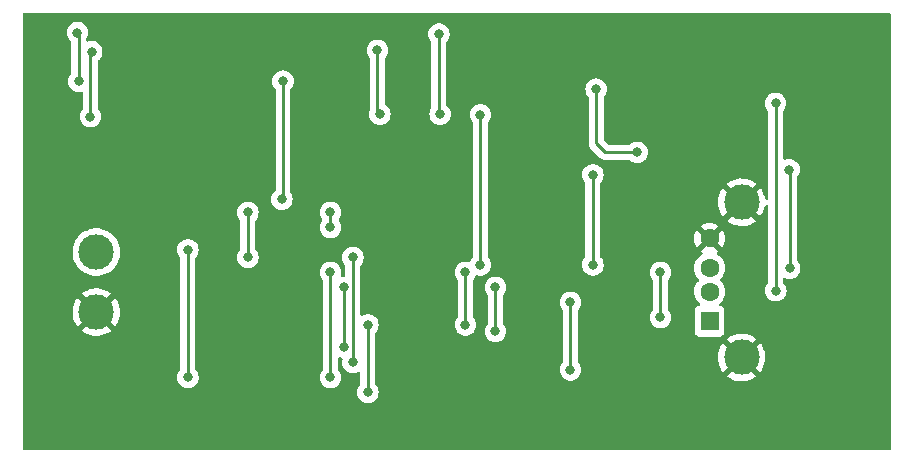
<source format=gbr>
%TF.GenerationSoftware,KiCad,Pcbnew,(6.0.4)*%
%TF.CreationDate,2022-06-02T17:00:47-07:00*%
%TF.ProjectId,SolarChargerV7,536f6c61-7243-4686-9172-67657256372e,rev?*%
%TF.SameCoordinates,Original*%
%TF.FileFunction,Copper,L2,Bot*%
%TF.FilePolarity,Positive*%
%FSLAX46Y46*%
G04 Gerber Fmt 4.6, Leading zero omitted, Abs format (unit mm)*
G04 Created by KiCad (PCBNEW (6.0.4)) date 2022-06-02 17:00:47*
%MOMM*%
%LPD*%
G01*
G04 APERTURE LIST*
%TA.AperFunction,ComponentPad*%
%ADD10C,3.000000*%
%TD*%
%TA.AperFunction,ComponentPad*%
%ADD11R,1.500000X1.600000*%
%TD*%
%TA.AperFunction,ComponentPad*%
%ADD12C,1.600000*%
%TD*%
%TA.AperFunction,ViaPad*%
%ADD13C,0.800000*%
%TD*%
%TA.AperFunction,Conductor*%
%ADD14C,0.250000*%
%TD*%
G04 APERTURE END LIST*
D10*
%TO.P,SC1,1,+*%
%TO.N,Net-(C1-Pad1)*%
X100200000Y-68760000D03*
%TO.P,SC1,2,-*%
%TO.N,GND*%
X100200000Y-73840000D03*
%TD*%
D11*
%TO.P,J1,1,VBUS*%
%TO.N,Net-(C7-Pad1)*%
X152120000Y-74620000D03*
D12*
%TO.P,J1,2,D-*%
%TO.N,Net-(J1-Pad2)*%
X152120000Y-72120000D03*
%TO.P,J1,3,D+*%
%TO.N,Net-(R8-Pad2)*%
X152120000Y-70120000D03*
%TO.P,J1,4,GND*%
%TO.N,GND*%
X152120000Y-67620000D03*
D10*
%TO.P,J1,5,Shield*%
X154830000Y-64550000D03*
X154830000Y-77690000D03*
%TD*%
D13*
%TO.N,Net-(C4-Pad1)*%
X120015000Y-70485000D03*
X120015000Y-79375000D03*
%TO.N,Net-(C5-Pad1)*%
X140335000Y-78740000D03*
X140335000Y-73025000D03*
%TO.N,GND*%
X127000000Y-81915000D03*
X156670000Y-75510000D03*
X127000000Y-74205500D03*
X97600000Y-73700000D03*
X97600000Y-59800000D03*
X153570000Y-58490000D03*
X147320000Y-64770000D03*
X104140000Y-76835000D03*
X147320000Y-59690000D03*
X109855000Y-74930000D03*
X153550000Y-51030000D03*
X109855000Y-79375000D03*
X104140000Y-83820000D03*
X156580000Y-65990000D03*
X154800000Y-61810000D03*
X109855000Y-82550000D03*
X154940000Y-59690000D03*
%TO.N,Net-(C1-Pad1)*%
X116000000Y-54300000D03*
X115900000Y-64300000D03*
X107950000Y-79375000D03*
X107950000Y-68580000D03*
%TO.N,Net-(C2-Pad1)*%
X120015000Y-65405000D03*
X113030000Y-69215000D03*
X120015000Y-66675000D03*
X113030000Y-65405000D03*
%TO.N,Net-(R3-Pad1)*%
X123190000Y-74930000D03*
X131445000Y-70485000D03*
X131445000Y-74930000D03*
X123190000Y-80645000D03*
%TO.N,Net-(R4-Pad1)*%
X121920000Y-69215000D03*
X121920000Y-78105000D03*
%TO.N,Net-(C7-Pad1)*%
X142240000Y-62230000D03*
X147955000Y-70485000D03*
X142240000Y-69850000D03*
X147955000Y-74295000D03*
%TO.N,Net-(R6-Pad2)*%
X121195500Y-71755000D03*
X121195500Y-76835000D03*
%TO.N,Net-(C6-Pad1)*%
X132715000Y-69850000D03*
X132715000Y-57150000D03*
X124000000Y-51700000D03*
X99800000Y-51800000D03*
X99700000Y-57300000D03*
X124200000Y-57100000D03*
%TO.N,Net-(Q1-Pad4)*%
X133985000Y-71755000D03*
X133985000Y-75475500D03*
%TO.N,Net-(C6-Pad2)*%
X129200000Y-50300000D03*
X98700000Y-54300000D03*
X129300000Y-57100000D03*
X98600000Y-50200000D03*
%TO.N,Net-(R8-Pad2)*%
X142510000Y-54980000D03*
X158840000Y-61800000D03*
X158900000Y-70140000D03*
X145990000Y-60320000D03*
%TO.N,Net-(J1-Pad2)*%
X157720000Y-72040000D03*
X157700000Y-56170000D03*
%TD*%
D14*
%TO.N,Net-(C4-Pad1)*%
X120015000Y-79375000D02*
X120015000Y-70485000D01*
%TO.N,Net-(C5-Pad1)*%
X140335000Y-78740000D02*
X140335000Y-73025000D01*
%TO.N,GND*%
X147320000Y-64770000D02*
X147320000Y-59690000D01*
X97600000Y-59800000D02*
X97600000Y-73700000D01*
X156580000Y-65990000D02*
X156580000Y-75420000D01*
X104140000Y-83820000D02*
X104140000Y-76835000D01*
X154800000Y-61810000D02*
X154800000Y-59830000D01*
X127000000Y-74205500D02*
X127000000Y-81915000D01*
X153550000Y-51030000D02*
X153550000Y-58470000D01*
X109855000Y-82550000D02*
X109855000Y-79375000D01*
X153550000Y-58470000D02*
X153570000Y-58490000D01*
X156580000Y-75420000D02*
X156670000Y-75510000D01*
X154800000Y-59830000D02*
X154940000Y-59690000D01*
X109855000Y-74930000D02*
X109855000Y-79375000D01*
%TO.N,Net-(C1-Pad1)*%
X107950000Y-79375000D02*
X107950000Y-68580000D01*
X116000000Y-54300000D02*
X116000000Y-64200000D01*
X116000000Y-64200000D02*
X115900000Y-64300000D01*
%TO.N,Net-(C2-Pad1)*%
X113030000Y-69215000D02*
X113030000Y-65405000D01*
X120015000Y-65405000D02*
X120015000Y-66675000D01*
%TO.N,Net-(R3-Pad1)*%
X131445000Y-74930000D02*
X131445000Y-70485000D01*
X123190000Y-80645000D02*
X123190000Y-74930000D01*
%TO.N,Net-(R4-Pad1)*%
X121920000Y-69215000D02*
X121920000Y-78105000D01*
%TO.N,Net-(C7-Pad1)*%
X142240000Y-62230000D02*
X142240000Y-69850000D01*
X147955000Y-74295000D02*
X147955000Y-70485000D01*
%TO.N,Net-(R6-Pad2)*%
X121195500Y-71755000D02*
X121195500Y-76835000D01*
%TO.N,Net-(C6-Pad1)*%
X124000000Y-51700000D02*
X124000000Y-56900000D01*
X132715000Y-69850000D02*
X132715000Y-57150000D01*
X99700000Y-57300000D02*
X99700000Y-51900000D01*
X124000000Y-56900000D02*
X124200000Y-57100000D01*
X99700000Y-51900000D02*
X99800000Y-51800000D01*
%TO.N,Net-(Q1-Pad4)*%
X133985000Y-71755000D02*
X133985000Y-75475500D01*
%TO.N,Net-(C6-Pad2)*%
X98700000Y-50300000D02*
X98600000Y-50200000D01*
X129200000Y-50300000D02*
X129200000Y-57000000D01*
X129200000Y-57000000D02*
X129300000Y-57100000D01*
X98700000Y-54300000D02*
X98700000Y-50300000D01*
%TO.N,Net-(R8-Pad2)*%
X143260000Y-60320000D02*
X142670000Y-59730000D01*
X158900000Y-70140000D02*
X158900000Y-61860000D01*
X142670000Y-59730000D02*
X142510000Y-59570000D01*
X145990000Y-60320000D02*
X143260000Y-60320000D01*
X142510000Y-59570000D02*
X142510000Y-54980000D01*
X158900000Y-61860000D02*
X158840000Y-61800000D01*
%TO.N,Net-(J1-Pad2)*%
X157700000Y-56170000D02*
X157700000Y-72020000D01*
X157700000Y-72020000D02*
X157720000Y-72040000D01*
%TD*%
%TA.AperFunction,Conductor*%
%TO.N,GND*%
G36*
X167433621Y-48528502D02*
G01*
X167480114Y-48582158D01*
X167491500Y-48634500D01*
X167491500Y-85445500D01*
X167471498Y-85513621D01*
X167417842Y-85560114D01*
X167365500Y-85571500D01*
X94134500Y-85571500D01*
X94066379Y-85551498D01*
X94019886Y-85497842D01*
X94008500Y-85445500D01*
X94008500Y-79375000D01*
X107036496Y-79375000D01*
X107037186Y-79381565D01*
X107053187Y-79533803D01*
X107056458Y-79564928D01*
X107115473Y-79746556D01*
X107210960Y-79911944D01*
X107338747Y-80053866D01*
X107493248Y-80166118D01*
X107499276Y-80168802D01*
X107499278Y-80168803D01*
X107661681Y-80241109D01*
X107667712Y-80243794D01*
X107761113Y-80263647D01*
X107848056Y-80282128D01*
X107848061Y-80282128D01*
X107854513Y-80283500D01*
X108045487Y-80283500D01*
X108051939Y-80282128D01*
X108051944Y-80282128D01*
X108138887Y-80263647D01*
X108232288Y-80243794D01*
X108238319Y-80241109D01*
X108400722Y-80168803D01*
X108400724Y-80168802D01*
X108406752Y-80166118D01*
X108561253Y-80053866D01*
X108689040Y-79911944D01*
X108784527Y-79746556D01*
X108843542Y-79564928D01*
X108846814Y-79533803D01*
X108862814Y-79381565D01*
X108863504Y-79375000D01*
X119101496Y-79375000D01*
X119102186Y-79381565D01*
X119118187Y-79533803D01*
X119121458Y-79564928D01*
X119180473Y-79746556D01*
X119275960Y-79911944D01*
X119403747Y-80053866D01*
X119558248Y-80166118D01*
X119564276Y-80168802D01*
X119564278Y-80168803D01*
X119726681Y-80241109D01*
X119732712Y-80243794D01*
X119826113Y-80263647D01*
X119913056Y-80282128D01*
X119913061Y-80282128D01*
X119919513Y-80283500D01*
X120110487Y-80283500D01*
X120116939Y-80282128D01*
X120116944Y-80282128D01*
X120203887Y-80263647D01*
X120297288Y-80243794D01*
X120303319Y-80241109D01*
X120465722Y-80168803D01*
X120465724Y-80168802D01*
X120471752Y-80166118D01*
X120626253Y-80053866D01*
X120754040Y-79911944D01*
X120849527Y-79746556D01*
X120908542Y-79564928D01*
X120911814Y-79533803D01*
X120927814Y-79381565D01*
X120928504Y-79375000D01*
X120908542Y-79185072D01*
X120849527Y-79003444D01*
X120754040Y-78838056D01*
X120680863Y-78756785D01*
X120650147Y-78692779D01*
X120648500Y-78672476D01*
X120648500Y-77779960D01*
X120668502Y-77711839D01*
X120722158Y-77665346D01*
X120792432Y-77655242D01*
X120825748Y-77664853D01*
X120853454Y-77677188D01*
X120888890Y-77692965D01*
X120913212Y-77703794D01*
X120919667Y-77705166D01*
X120919676Y-77705169D01*
X120946478Y-77710866D01*
X121008951Y-77744594D01*
X121043272Y-77806744D01*
X121040113Y-77873046D01*
X121026458Y-77915072D01*
X121006496Y-78105000D01*
X121007186Y-78111565D01*
X121018055Y-78214974D01*
X121026458Y-78294928D01*
X121085473Y-78476556D01*
X121180960Y-78641944D01*
X121308747Y-78783866D01*
X121463248Y-78896118D01*
X121469276Y-78898802D01*
X121469278Y-78898803D01*
X121631681Y-78971109D01*
X121637712Y-78973794D01*
X121731113Y-78993647D01*
X121818056Y-79012128D01*
X121818061Y-79012128D01*
X121824513Y-79013500D01*
X122015487Y-79013500D01*
X122021939Y-79012128D01*
X122021944Y-79012128D01*
X122108887Y-78993647D01*
X122202288Y-78973794D01*
X122226656Y-78962945D01*
X122376752Y-78896118D01*
X122377677Y-78898196D01*
X122436488Y-78883924D01*
X122503581Y-78907141D01*
X122547472Y-78962945D01*
X122556500Y-79009782D01*
X122556500Y-79942476D01*
X122536498Y-80010597D01*
X122524142Y-80026779D01*
X122450960Y-80108056D01*
X122355473Y-80273444D01*
X122296458Y-80455072D01*
X122276496Y-80645000D01*
X122296458Y-80834928D01*
X122355473Y-81016556D01*
X122450960Y-81181944D01*
X122578747Y-81323866D01*
X122733248Y-81436118D01*
X122739276Y-81438802D01*
X122739278Y-81438803D01*
X122901681Y-81511109D01*
X122907712Y-81513794D01*
X123001112Y-81533647D01*
X123088056Y-81552128D01*
X123088061Y-81552128D01*
X123094513Y-81553500D01*
X123285487Y-81553500D01*
X123291939Y-81552128D01*
X123291944Y-81552128D01*
X123378888Y-81533647D01*
X123472288Y-81513794D01*
X123478319Y-81511109D01*
X123640722Y-81438803D01*
X123640724Y-81438802D01*
X123646752Y-81436118D01*
X123801253Y-81323866D01*
X123929040Y-81181944D01*
X124024527Y-81016556D01*
X124083542Y-80834928D01*
X124103504Y-80645000D01*
X124083542Y-80455072D01*
X124024527Y-80273444D01*
X123929040Y-80108056D01*
X123855863Y-80026785D01*
X123825147Y-79962779D01*
X123823500Y-79942476D01*
X123823500Y-78740000D01*
X139421496Y-78740000D01*
X139422186Y-78746565D01*
X139438187Y-78898803D01*
X139441458Y-78929928D01*
X139500473Y-79111556D01*
X139595960Y-79276944D01*
X139723747Y-79418866D01*
X139878248Y-79531118D01*
X139884276Y-79533802D01*
X139884278Y-79533803D01*
X140046681Y-79606109D01*
X140052712Y-79608794D01*
X140146113Y-79628647D01*
X140233056Y-79647128D01*
X140233061Y-79647128D01*
X140239513Y-79648500D01*
X140430487Y-79648500D01*
X140436939Y-79647128D01*
X140436944Y-79647128D01*
X140523887Y-79628647D01*
X140617288Y-79608794D01*
X140623319Y-79606109D01*
X140785722Y-79533803D01*
X140785724Y-79533802D01*
X140791752Y-79531118D01*
X140946253Y-79418866D01*
X141071600Y-79279654D01*
X153605618Y-79279654D01*
X153612673Y-79289627D01*
X153643679Y-79315551D01*
X153650598Y-79320579D01*
X153875272Y-79461515D01*
X153882807Y-79465556D01*
X154124520Y-79574694D01*
X154132551Y-79577680D01*
X154386832Y-79653002D01*
X154395184Y-79654869D01*
X154657340Y-79694984D01*
X154665874Y-79695700D01*
X154931045Y-79699867D01*
X154939596Y-79699418D01*
X155202883Y-79667557D01*
X155211284Y-79665955D01*
X155467824Y-79598653D01*
X155475926Y-79595926D01*
X155720949Y-79494434D01*
X155728617Y-79490628D01*
X155957598Y-79356822D01*
X155964679Y-79352009D01*
X156044655Y-79289301D01*
X156053125Y-79277442D01*
X156046608Y-79265818D01*
X154842812Y-78062022D01*
X154828868Y-78054408D01*
X154827035Y-78054539D01*
X154820420Y-78058790D01*
X153612910Y-79266300D01*
X153605618Y-79279654D01*
X141071600Y-79279654D01*
X141074040Y-79276944D01*
X141169527Y-79111556D01*
X141228542Y-78929928D01*
X141231814Y-78898803D01*
X141247814Y-78746565D01*
X141248504Y-78740000D01*
X141228542Y-78550072D01*
X141169527Y-78368444D01*
X141074040Y-78203056D01*
X141000863Y-78121785D01*
X140970147Y-78057779D01*
X140968500Y-78037476D01*
X140968500Y-77673204D01*
X152817665Y-77673204D01*
X152832932Y-77937969D01*
X152834005Y-77946470D01*
X152885065Y-78206722D01*
X152887276Y-78214974D01*
X152973184Y-78465894D01*
X152976499Y-78473779D01*
X153095664Y-78710713D01*
X153100020Y-78718079D01*
X153229347Y-78906250D01*
X153239601Y-78914594D01*
X153253342Y-78907448D01*
X154457978Y-77702812D01*
X154464356Y-77691132D01*
X155194408Y-77691132D01*
X155194539Y-77692965D01*
X155198790Y-77699580D01*
X156405730Y-78906520D01*
X156417939Y-78913187D01*
X156429439Y-78904497D01*
X156526831Y-78771913D01*
X156531418Y-78764685D01*
X156657962Y-78531621D01*
X156661530Y-78523827D01*
X156755271Y-78275750D01*
X156757748Y-78267544D01*
X156816954Y-78009038D01*
X156818294Y-78000577D01*
X156842031Y-77734616D01*
X156842277Y-77729677D01*
X156842666Y-77692485D01*
X156842523Y-77687519D01*
X156824362Y-77421123D01*
X156823201Y-77412649D01*
X156769419Y-77152944D01*
X156767120Y-77144709D01*
X156678588Y-76894705D01*
X156675191Y-76886854D01*
X156553550Y-76651178D01*
X156549122Y-76643866D01*
X156430031Y-76474417D01*
X156419509Y-76466037D01*
X156406121Y-76473089D01*
X155202022Y-77677188D01*
X155194408Y-77691132D01*
X154464356Y-77691132D01*
X154465592Y-77688868D01*
X154465461Y-77687035D01*
X154461210Y-77680420D01*
X153253814Y-76473024D01*
X153241804Y-76466466D01*
X153230064Y-76475434D01*
X153121935Y-76625911D01*
X153117418Y-76633196D01*
X152993325Y-76867567D01*
X152989839Y-76875395D01*
X152898700Y-77124446D01*
X152896311Y-77132670D01*
X152839812Y-77391795D01*
X152838563Y-77400250D01*
X152817754Y-77664653D01*
X152817665Y-77673204D01*
X140968500Y-77673204D01*
X140968500Y-76102500D01*
X153606584Y-76102500D01*
X153612980Y-76113770D01*
X154817188Y-77317978D01*
X154831132Y-77325592D01*
X154832965Y-77325461D01*
X154839580Y-77321210D01*
X156046604Y-76114186D01*
X156053795Y-76101017D01*
X156046473Y-76090780D01*
X155999233Y-76052115D01*
X155992261Y-76047160D01*
X155766122Y-75908582D01*
X155758552Y-75904624D01*
X155515704Y-75798022D01*
X155507644Y-75795120D01*
X155252592Y-75722467D01*
X155244214Y-75720685D01*
X154981656Y-75683318D01*
X154973111Y-75682691D01*
X154707908Y-75681302D01*
X154699374Y-75681839D01*
X154436433Y-75716456D01*
X154428035Y-75718149D01*
X154172238Y-75788127D01*
X154164143Y-75790946D01*
X153920199Y-75894997D01*
X153912577Y-75898881D01*
X153685013Y-76035075D01*
X153677981Y-76039962D01*
X153615053Y-76090377D01*
X153606584Y-76102500D01*
X140968500Y-76102500D01*
X140968500Y-74295000D01*
X147041496Y-74295000D01*
X147061458Y-74484928D01*
X147120473Y-74666556D01*
X147215960Y-74831944D01*
X147343747Y-74973866D01*
X147498248Y-75086118D01*
X147504276Y-75088802D01*
X147504278Y-75088803D01*
X147666681Y-75161109D01*
X147672712Y-75163794D01*
X147766113Y-75183647D01*
X147853056Y-75202128D01*
X147853061Y-75202128D01*
X147859513Y-75203500D01*
X148050487Y-75203500D01*
X148056939Y-75202128D01*
X148056944Y-75202128D01*
X148143887Y-75183647D01*
X148237288Y-75163794D01*
X148243319Y-75161109D01*
X148405722Y-75088803D01*
X148405724Y-75088802D01*
X148411752Y-75086118D01*
X148566253Y-74973866D01*
X148694040Y-74831944D01*
X148789527Y-74666556D01*
X148848542Y-74484928D01*
X148868504Y-74295000D01*
X148853325Y-74150577D01*
X148849232Y-74111635D01*
X148849232Y-74111633D01*
X148848542Y-74105072D01*
X148789527Y-73923444D01*
X148694040Y-73758056D01*
X148620863Y-73676785D01*
X148590147Y-73612779D01*
X148588500Y-73592476D01*
X148588500Y-72120000D01*
X150806502Y-72120000D01*
X150826457Y-72348087D01*
X150827881Y-72353400D01*
X150827881Y-72353402D01*
X150850341Y-72437221D01*
X150885716Y-72569243D01*
X150888039Y-72574224D01*
X150888039Y-72574225D01*
X150980151Y-72771762D01*
X150980154Y-72771767D01*
X150982477Y-72776749D01*
X151027911Y-72841635D01*
X151102739Y-72948500D01*
X151113802Y-72964300D01*
X151272642Y-73123140D01*
X151306668Y-73185452D01*
X151301603Y-73256267D01*
X151259056Y-73313103D01*
X151227777Y-73330216D01*
X151181362Y-73347617D01*
X151131705Y-73366232D01*
X151131704Y-73366233D01*
X151123295Y-73369385D01*
X151006739Y-73456739D01*
X150919385Y-73573295D01*
X150868255Y-73709684D01*
X150861500Y-73771866D01*
X150861500Y-75468134D01*
X150868255Y-75530316D01*
X150919385Y-75666705D01*
X151006739Y-75783261D01*
X151123295Y-75870615D01*
X151259684Y-75921745D01*
X151321866Y-75928500D01*
X152918134Y-75928500D01*
X152980316Y-75921745D01*
X153116705Y-75870615D01*
X153233261Y-75783261D01*
X153320615Y-75666705D01*
X153371745Y-75530316D01*
X153378500Y-75468134D01*
X153378500Y-73771866D01*
X153371745Y-73709684D01*
X153320615Y-73573295D01*
X153233261Y-73456739D01*
X153116705Y-73369385D01*
X153108296Y-73366233D01*
X153108295Y-73366232D01*
X153058638Y-73347617D01*
X153012223Y-73330217D01*
X152955459Y-73287576D01*
X152930759Y-73221015D01*
X152945966Y-73151666D01*
X152967358Y-73123140D01*
X153126198Y-72964300D01*
X153137262Y-72948500D01*
X153212089Y-72841635D01*
X153257523Y-72776749D01*
X153259846Y-72771767D01*
X153259849Y-72771762D01*
X153351961Y-72574225D01*
X153351961Y-72574224D01*
X153354284Y-72569243D01*
X153389660Y-72437221D01*
X153412119Y-72353402D01*
X153412119Y-72353400D01*
X153413543Y-72348087D01*
X153433498Y-72120000D01*
X153413543Y-71891913D01*
X153412119Y-71886598D01*
X153355707Y-71676067D01*
X153355706Y-71676065D01*
X153354284Y-71670757D01*
X153278751Y-71508774D01*
X153259849Y-71468238D01*
X153259846Y-71468233D01*
X153257523Y-71463251D01*
X153168117Y-71335566D01*
X153129357Y-71280211D01*
X153129355Y-71280208D01*
X153126198Y-71275700D01*
X153059593Y-71209095D01*
X153025567Y-71146783D01*
X153030632Y-71075968D01*
X153059593Y-71030905D01*
X153126198Y-70964300D01*
X153147553Y-70933803D01*
X153254366Y-70781257D01*
X153257523Y-70776749D01*
X153259846Y-70771767D01*
X153259849Y-70771762D01*
X153351961Y-70574225D01*
X153351961Y-70574224D01*
X153354284Y-70569243D01*
X153363192Y-70536000D01*
X153412119Y-70353402D01*
X153412119Y-70353400D01*
X153413543Y-70348087D01*
X153433498Y-70120000D01*
X153413543Y-69891913D01*
X153407446Y-69869158D01*
X153355707Y-69676067D01*
X153355706Y-69676065D01*
X153354284Y-69670757D01*
X153328847Y-69616206D01*
X153259849Y-69468238D01*
X153259846Y-69468233D01*
X153257523Y-69463251D01*
X153132786Y-69285108D01*
X153129357Y-69280211D01*
X153129355Y-69280208D01*
X153126198Y-69275700D01*
X152964300Y-69113802D01*
X152959792Y-69110645D01*
X152959789Y-69110643D01*
X152781253Y-68985631D01*
X152776749Y-68982477D01*
X152771765Y-68980153D01*
X152769472Y-68978829D01*
X152720479Y-68927447D01*
X152707043Y-68857733D01*
X152733429Y-68791822D01*
X152769472Y-68760591D01*
X152781002Y-68753934D01*
X152833048Y-68717491D01*
X152841424Y-68707012D01*
X152834356Y-68693566D01*
X152132812Y-67992022D01*
X152118868Y-67984408D01*
X152117035Y-67984539D01*
X152110420Y-67988790D01*
X151404923Y-68694287D01*
X151398493Y-68706062D01*
X151407789Y-68718077D01*
X151458998Y-68753934D01*
X151470528Y-68760591D01*
X151519521Y-68811973D01*
X151532958Y-68881687D01*
X151506571Y-68947598D01*
X151470528Y-68978829D01*
X151468235Y-68980153D01*
X151463251Y-68982477D01*
X151458747Y-68985631D01*
X151280211Y-69110643D01*
X151280208Y-69110645D01*
X151275700Y-69113802D01*
X151113802Y-69275700D01*
X151110645Y-69280208D01*
X151110643Y-69280211D01*
X151107214Y-69285108D01*
X150982477Y-69463251D01*
X150980154Y-69468233D01*
X150980151Y-69468238D01*
X150911153Y-69616206D01*
X150885716Y-69670757D01*
X150884294Y-69676065D01*
X150884293Y-69676067D01*
X150832554Y-69869158D01*
X150826457Y-69891913D01*
X150806502Y-70120000D01*
X150826457Y-70348087D01*
X150827881Y-70353400D01*
X150827881Y-70353402D01*
X150876809Y-70536000D01*
X150885716Y-70569243D01*
X150888039Y-70574224D01*
X150888039Y-70574225D01*
X150980151Y-70771762D01*
X150980154Y-70771767D01*
X150982477Y-70776749D01*
X150985634Y-70781257D01*
X151092448Y-70933803D01*
X151113802Y-70964300D01*
X151180407Y-71030905D01*
X151214433Y-71093217D01*
X151209368Y-71164032D01*
X151180407Y-71209095D01*
X151113802Y-71275700D01*
X151110645Y-71280208D01*
X151110643Y-71280211D01*
X151071883Y-71335566D01*
X150982477Y-71463251D01*
X150980154Y-71468233D01*
X150980151Y-71468238D01*
X150961249Y-71508774D01*
X150885716Y-71670757D01*
X150884294Y-71676065D01*
X150884293Y-71676067D01*
X150827881Y-71886598D01*
X150826457Y-71891913D01*
X150806502Y-72120000D01*
X148588500Y-72120000D01*
X148588500Y-71187524D01*
X148608502Y-71119403D01*
X148620858Y-71103221D01*
X148694040Y-71021944D01*
X148789527Y-70856556D01*
X148848542Y-70674928D01*
X148849439Y-70666399D01*
X148867814Y-70491565D01*
X148868504Y-70485000D01*
X148862433Y-70427237D01*
X148849232Y-70301635D01*
X148849232Y-70301633D01*
X148848542Y-70295072D01*
X148789527Y-70113444D01*
X148694040Y-69948056D01*
X148648744Y-69897749D01*
X148570675Y-69811045D01*
X148570674Y-69811044D01*
X148566253Y-69806134D01*
X148411752Y-69693882D01*
X148405724Y-69691198D01*
X148405722Y-69691197D01*
X148243319Y-69618891D01*
X148243318Y-69618891D01*
X148237288Y-69616206D01*
X148124721Y-69592279D01*
X148056944Y-69577872D01*
X148056939Y-69577872D01*
X148050487Y-69576500D01*
X147859513Y-69576500D01*
X147853061Y-69577872D01*
X147853056Y-69577872D01*
X147785279Y-69592279D01*
X147672712Y-69616206D01*
X147666682Y-69618891D01*
X147666681Y-69618891D01*
X147504278Y-69691197D01*
X147504276Y-69691198D01*
X147498248Y-69693882D01*
X147343747Y-69806134D01*
X147339326Y-69811044D01*
X147339325Y-69811045D01*
X147261257Y-69897749D01*
X147215960Y-69948056D01*
X147120473Y-70113444D01*
X147061458Y-70295072D01*
X147060768Y-70301633D01*
X147060768Y-70301635D01*
X147047567Y-70427237D01*
X147041496Y-70485000D01*
X147042186Y-70491565D01*
X147060562Y-70666399D01*
X147061458Y-70674928D01*
X147120473Y-70856556D01*
X147215960Y-71021944D01*
X147289137Y-71103215D01*
X147319853Y-71167221D01*
X147321500Y-71187524D01*
X147321500Y-73592476D01*
X147301498Y-73660597D01*
X147289142Y-73676779D01*
X147215960Y-73758056D01*
X147120473Y-73923444D01*
X147061458Y-74105072D01*
X147060768Y-74111633D01*
X147060768Y-74111635D01*
X147056675Y-74150577D01*
X147041496Y-74295000D01*
X140968500Y-74295000D01*
X140968500Y-73727524D01*
X140988502Y-73659403D01*
X141000858Y-73643221D01*
X141074040Y-73561944D01*
X141169527Y-73396556D01*
X141228542Y-73214928D01*
X141248504Y-73025000D01*
X141240464Y-72948500D01*
X141229232Y-72841635D01*
X141229232Y-72841633D01*
X141228542Y-72835072D01*
X141169527Y-72653444D01*
X141152002Y-72623089D01*
X141077341Y-72493774D01*
X141074040Y-72488056D01*
X140946253Y-72346134D01*
X140832889Y-72263770D01*
X140797094Y-72237763D01*
X140797093Y-72237762D01*
X140791752Y-72233882D01*
X140785724Y-72231198D01*
X140785722Y-72231197D01*
X140623319Y-72158891D01*
X140623318Y-72158891D01*
X140617288Y-72156206D01*
X140504721Y-72132279D01*
X140436944Y-72117872D01*
X140436939Y-72117872D01*
X140430487Y-72116500D01*
X140239513Y-72116500D01*
X140233061Y-72117872D01*
X140233056Y-72117872D01*
X140165279Y-72132279D01*
X140052712Y-72156206D01*
X140046682Y-72158891D01*
X140046681Y-72158891D01*
X139884278Y-72231197D01*
X139884276Y-72231198D01*
X139878248Y-72233882D01*
X139872907Y-72237762D01*
X139872906Y-72237763D01*
X139837111Y-72263770D01*
X139723747Y-72346134D01*
X139595960Y-72488056D01*
X139592659Y-72493774D01*
X139517999Y-72623089D01*
X139500473Y-72653444D01*
X139441458Y-72835072D01*
X139440768Y-72841633D01*
X139440768Y-72841635D01*
X139429536Y-72948500D01*
X139421496Y-73025000D01*
X139441458Y-73214928D01*
X139500473Y-73396556D01*
X139595960Y-73561944D01*
X139669137Y-73643215D01*
X139699853Y-73707221D01*
X139701500Y-73727524D01*
X139701500Y-78037476D01*
X139681498Y-78105597D01*
X139669142Y-78121779D01*
X139595960Y-78203056D01*
X139500473Y-78368444D01*
X139441458Y-78550072D01*
X139421496Y-78740000D01*
X123823500Y-78740000D01*
X123823500Y-75632524D01*
X123843502Y-75564403D01*
X123855858Y-75548221D01*
X123929040Y-75466944D01*
X124024527Y-75301556D01*
X124083542Y-75119928D01*
X124084562Y-75110229D01*
X124102814Y-74936565D01*
X124103504Y-74930000D01*
X130531496Y-74930000D01*
X130532186Y-74936565D01*
X130550439Y-75110229D01*
X130551458Y-75119928D01*
X130610473Y-75301556D01*
X130705960Y-75466944D01*
X130710375Y-75471847D01*
X130710379Y-75471852D01*
X130741866Y-75506822D01*
X130833747Y-75608866D01*
X130988248Y-75721118D01*
X130994276Y-75723802D01*
X130994278Y-75723803D01*
X131127824Y-75783261D01*
X131162712Y-75798794D01*
X131256112Y-75818647D01*
X131343056Y-75837128D01*
X131343061Y-75837128D01*
X131349513Y-75838500D01*
X131540487Y-75838500D01*
X131546939Y-75837128D01*
X131546944Y-75837128D01*
X131633888Y-75818647D01*
X131727288Y-75798794D01*
X131762176Y-75783261D01*
X131895722Y-75723803D01*
X131895724Y-75723802D01*
X131901752Y-75721118D01*
X132056253Y-75608866D01*
X132148134Y-75506822D01*
X132176336Y-75475500D01*
X133071496Y-75475500D01*
X133072186Y-75482065D01*
X133090709Y-75658297D01*
X133091458Y-75665428D01*
X133150473Y-75847056D01*
X133245960Y-76012444D01*
X133373747Y-76154366D01*
X133528248Y-76266618D01*
X133534276Y-76269302D01*
X133534278Y-76269303D01*
X133696681Y-76341609D01*
X133702712Y-76344294D01*
X133796112Y-76364147D01*
X133883056Y-76382628D01*
X133883061Y-76382628D01*
X133889513Y-76384000D01*
X134080487Y-76384000D01*
X134086939Y-76382628D01*
X134086944Y-76382628D01*
X134173888Y-76364147D01*
X134267288Y-76344294D01*
X134273319Y-76341609D01*
X134435722Y-76269303D01*
X134435724Y-76269302D01*
X134441752Y-76266618D01*
X134596253Y-76154366D01*
X134724040Y-76012444D01*
X134819527Y-75847056D01*
X134878542Y-75665428D01*
X134879292Y-75658297D01*
X134897814Y-75482065D01*
X134898504Y-75475500D01*
X134892231Y-75415818D01*
X134879232Y-75292135D01*
X134879232Y-75292133D01*
X134878542Y-75285572D01*
X134819527Y-75103944D01*
X134806995Y-75082237D01*
X134727341Y-74944274D01*
X134724040Y-74938556D01*
X134650863Y-74857285D01*
X134620147Y-74793279D01*
X134618500Y-74772976D01*
X134618500Y-72457524D01*
X134638502Y-72389403D01*
X134650858Y-72373221D01*
X134724040Y-72291944D01*
X134819527Y-72126556D01*
X134878542Y-71944928D01*
X134889172Y-71843794D01*
X134897814Y-71761565D01*
X134898504Y-71755000D01*
X134878542Y-71565072D01*
X134819527Y-71383444D01*
X134805812Y-71359688D01*
X134727341Y-71223774D01*
X134724040Y-71218056D01*
X134715972Y-71209095D01*
X134600675Y-71081045D01*
X134600674Y-71081044D01*
X134596253Y-71076134D01*
X134441752Y-70963882D01*
X134435724Y-70961198D01*
X134435722Y-70961197D01*
X134273319Y-70888891D01*
X134273318Y-70888891D01*
X134267288Y-70886206D01*
X134154712Y-70862277D01*
X134086944Y-70847872D01*
X134086939Y-70847872D01*
X134080487Y-70846500D01*
X133889513Y-70846500D01*
X133883061Y-70847872D01*
X133883056Y-70847872D01*
X133815288Y-70862277D01*
X133702712Y-70886206D01*
X133696682Y-70888891D01*
X133696681Y-70888891D01*
X133534278Y-70961197D01*
X133534276Y-70961198D01*
X133528248Y-70963882D01*
X133373747Y-71076134D01*
X133369326Y-71081044D01*
X133369325Y-71081045D01*
X133254029Y-71209095D01*
X133245960Y-71218056D01*
X133242659Y-71223774D01*
X133164189Y-71359688D01*
X133150473Y-71383444D01*
X133091458Y-71565072D01*
X133071496Y-71755000D01*
X133072186Y-71761565D01*
X133080829Y-71843794D01*
X133091458Y-71944928D01*
X133150473Y-72126556D01*
X133245960Y-72291944D01*
X133319137Y-72373215D01*
X133349853Y-72437221D01*
X133351500Y-72457524D01*
X133351500Y-74772976D01*
X133331498Y-74841097D01*
X133319142Y-74857279D01*
X133245960Y-74938556D01*
X133242659Y-74944274D01*
X133163006Y-75082237D01*
X133150473Y-75103944D01*
X133091458Y-75285572D01*
X133090768Y-75292133D01*
X133090768Y-75292135D01*
X133077769Y-75415818D01*
X133071496Y-75475500D01*
X132176336Y-75475500D01*
X132179621Y-75471852D01*
X132179625Y-75471847D01*
X132184040Y-75466944D01*
X132279527Y-75301556D01*
X132338542Y-75119928D01*
X132339562Y-75110229D01*
X132357814Y-74936565D01*
X132358504Y-74930000D01*
X132338542Y-74740072D01*
X132279527Y-74558444D01*
X132184040Y-74393056D01*
X132110863Y-74311785D01*
X132080147Y-74247779D01*
X132078500Y-74227476D01*
X132078500Y-71187524D01*
X132098502Y-71119403D01*
X132110858Y-71103221D01*
X132184040Y-71021944D01*
X132279527Y-70856556D01*
X132282795Y-70846500D01*
X132296235Y-70805135D01*
X132336309Y-70746530D01*
X132401706Y-70718893D01*
X132442265Y-70720825D01*
X132613056Y-70757128D01*
X132613061Y-70757128D01*
X132619513Y-70758500D01*
X132810487Y-70758500D01*
X132816939Y-70757128D01*
X132816944Y-70757128D01*
X132914247Y-70736445D01*
X132997288Y-70718794D01*
X133049855Y-70695390D01*
X133165722Y-70643803D01*
X133165724Y-70643802D01*
X133171752Y-70641118D01*
X133326253Y-70528866D01*
X133454040Y-70386944D01*
X133528056Y-70258745D01*
X133546223Y-70227279D01*
X133546224Y-70227278D01*
X133549527Y-70221556D01*
X133608542Y-70039928D01*
X133611303Y-70013664D01*
X133627814Y-69856565D01*
X133628504Y-69850000D01*
X141326496Y-69850000D01*
X141327186Y-69856565D01*
X141343698Y-70013664D01*
X141346458Y-70039928D01*
X141405473Y-70221556D01*
X141408776Y-70227278D01*
X141408777Y-70227279D01*
X141426944Y-70258745D01*
X141500960Y-70386944D01*
X141628747Y-70528866D01*
X141783248Y-70641118D01*
X141789276Y-70643802D01*
X141789278Y-70643803D01*
X141905145Y-70695390D01*
X141957712Y-70718794D01*
X142040753Y-70736445D01*
X142138056Y-70757128D01*
X142138061Y-70757128D01*
X142144513Y-70758500D01*
X142335487Y-70758500D01*
X142341939Y-70757128D01*
X142341944Y-70757128D01*
X142439247Y-70736445D01*
X142522288Y-70718794D01*
X142574855Y-70695390D01*
X142690722Y-70643803D01*
X142690724Y-70643802D01*
X142696752Y-70641118D01*
X142851253Y-70528866D01*
X142979040Y-70386944D01*
X143053056Y-70258745D01*
X143071223Y-70227279D01*
X143071224Y-70227278D01*
X143074527Y-70221556D01*
X143133542Y-70039928D01*
X143136303Y-70013664D01*
X143152814Y-69856565D01*
X143153504Y-69850000D01*
X143142597Y-69746226D01*
X143134232Y-69666635D01*
X143134232Y-69666633D01*
X143133542Y-69660072D01*
X143074527Y-69478444D01*
X142979040Y-69313056D01*
X142905863Y-69231785D01*
X142875147Y-69167779D01*
X142873500Y-69147476D01*
X142873500Y-67625475D01*
X150807483Y-67625475D01*
X150826472Y-67842519D01*
X150828375Y-67853312D01*
X150884764Y-68063761D01*
X150888510Y-68074053D01*
X150980586Y-68271511D01*
X150986069Y-68281006D01*
X151022509Y-68333048D01*
X151032988Y-68341424D01*
X151046434Y-68334356D01*
X151747978Y-67632812D01*
X151754356Y-67621132D01*
X152484408Y-67621132D01*
X152484539Y-67622965D01*
X152488790Y-67629580D01*
X153194287Y-68335077D01*
X153206062Y-68341507D01*
X153218077Y-68332211D01*
X153253931Y-68281006D01*
X153259414Y-68271511D01*
X153351490Y-68074053D01*
X153355236Y-68063761D01*
X153411625Y-67853312D01*
X153413528Y-67842519D01*
X153432517Y-67625475D01*
X153432517Y-67614525D01*
X153413528Y-67397481D01*
X153411625Y-67386688D01*
X153355236Y-67176239D01*
X153351490Y-67165947D01*
X153259414Y-66968489D01*
X153253931Y-66958994D01*
X153217491Y-66906952D01*
X153207012Y-66898576D01*
X153193566Y-66905644D01*
X152492022Y-67607188D01*
X152484408Y-67621132D01*
X151754356Y-67621132D01*
X151755592Y-67618868D01*
X151755461Y-67617035D01*
X151751210Y-67610420D01*
X151045713Y-66904923D01*
X151033938Y-66898493D01*
X151021923Y-66907789D01*
X150986069Y-66958994D01*
X150980586Y-66968489D01*
X150888510Y-67165947D01*
X150884764Y-67176239D01*
X150828375Y-67386688D01*
X150826472Y-67397481D01*
X150807483Y-67614525D01*
X150807483Y-67625475D01*
X142873500Y-67625475D01*
X142873500Y-66532988D01*
X151398576Y-66532988D01*
X151405644Y-66546434D01*
X152107188Y-67247978D01*
X152121132Y-67255592D01*
X152122965Y-67255461D01*
X152129580Y-67251210D01*
X152835077Y-66545713D01*
X152841507Y-66533938D01*
X152832211Y-66521923D01*
X152781006Y-66486069D01*
X152771511Y-66480586D01*
X152574053Y-66388510D01*
X152563761Y-66384764D01*
X152353312Y-66328375D01*
X152342519Y-66326472D01*
X152125475Y-66307483D01*
X152114525Y-66307483D01*
X151897481Y-66326472D01*
X151886688Y-66328375D01*
X151676239Y-66384764D01*
X151665947Y-66388510D01*
X151468489Y-66480586D01*
X151458994Y-66486069D01*
X151406952Y-66522509D01*
X151398576Y-66532988D01*
X142873500Y-66532988D01*
X142873500Y-66139654D01*
X153605618Y-66139654D01*
X153612673Y-66149627D01*
X153643679Y-66175551D01*
X153650598Y-66180579D01*
X153875272Y-66321515D01*
X153882807Y-66325556D01*
X154124520Y-66434694D01*
X154132551Y-66437680D01*
X154386832Y-66513002D01*
X154395184Y-66514869D01*
X154657340Y-66554984D01*
X154665874Y-66555700D01*
X154931045Y-66559867D01*
X154939596Y-66559418D01*
X155202883Y-66527557D01*
X155211284Y-66525955D01*
X155467824Y-66458653D01*
X155475926Y-66455926D01*
X155720949Y-66354434D01*
X155728617Y-66350628D01*
X155957598Y-66216822D01*
X155964679Y-66212009D01*
X156044655Y-66149301D01*
X156053125Y-66137442D01*
X156046608Y-66125818D01*
X154842812Y-64922022D01*
X154828868Y-64914408D01*
X154827035Y-64914539D01*
X154820420Y-64918790D01*
X153612910Y-66126300D01*
X153605618Y-66139654D01*
X142873500Y-66139654D01*
X142873500Y-64533204D01*
X152817665Y-64533204D01*
X152832932Y-64797969D01*
X152834005Y-64806470D01*
X152885065Y-65066722D01*
X152887276Y-65074974D01*
X152973184Y-65325894D01*
X152976499Y-65333779D01*
X153095664Y-65570713D01*
X153100020Y-65578079D01*
X153229347Y-65766250D01*
X153239601Y-65774594D01*
X153253342Y-65767448D01*
X154457978Y-64562812D01*
X154464356Y-64551132D01*
X155194408Y-64551132D01*
X155194539Y-64552965D01*
X155198790Y-64559580D01*
X156405730Y-65766520D01*
X156417939Y-65773187D01*
X156429439Y-65764497D01*
X156526831Y-65631913D01*
X156531418Y-65624685D01*
X156657962Y-65391621D01*
X156661530Y-65383827D01*
X156755271Y-65135750D01*
X156757748Y-65127544D01*
X156817680Y-64865867D01*
X156852385Y-64803931D01*
X156915066Y-64770590D01*
X156985822Y-64776429D01*
X157042189Y-64819596D01*
X157066270Y-64886384D01*
X157066500Y-64893996D01*
X157066500Y-71359688D01*
X157046498Y-71427809D01*
X157034136Y-71443998D01*
X157016801Y-71463251D01*
X156980960Y-71503056D01*
X156885473Y-71668444D01*
X156826458Y-71850072D01*
X156825768Y-71856633D01*
X156825768Y-71856635D01*
X156807186Y-72033435D01*
X156806496Y-72040000D01*
X156807186Y-72046565D01*
X156818710Y-72156206D01*
X156826458Y-72229928D01*
X156885473Y-72411556D01*
X156980960Y-72576944D01*
X156985378Y-72581851D01*
X156985379Y-72581852D01*
X157044688Y-72647721D01*
X157108747Y-72718866D01*
X157263248Y-72831118D01*
X157269276Y-72833802D01*
X157269278Y-72833803D01*
X157431681Y-72906109D01*
X157437712Y-72908794D01*
X157531112Y-72928647D01*
X157618056Y-72947128D01*
X157618061Y-72947128D01*
X157624513Y-72948500D01*
X157815487Y-72948500D01*
X157821939Y-72947128D01*
X157821944Y-72947128D01*
X157908888Y-72928647D01*
X158002288Y-72908794D01*
X158008319Y-72906109D01*
X158170722Y-72833803D01*
X158170724Y-72833802D01*
X158176752Y-72831118D01*
X158331253Y-72718866D01*
X158395312Y-72647721D01*
X158454621Y-72581852D01*
X158454622Y-72581851D01*
X158459040Y-72576944D01*
X158554527Y-72411556D01*
X158613542Y-72229928D01*
X158621291Y-72156206D01*
X158632814Y-72046565D01*
X158633504Y-72040000D01*
X158632814Y-72033435D01*
X158614232Y-71856635D01*
X158614232Y-71856633D01*
X158613542Y-71850072D01*
X158554527Y-71668444D01*
X158459040Y-71503056D01*
X158365864Y-71399574D01*
X158335147Y-71335566D01*
X158333500Y-71315263D01*
X158333500Y-71076278D01*
X158353502Y-71008157D01*
X158407158Y-70961664D01*
X158477432Y-70951560D01*
X158510747Y-70961171D01*
X158617712Y-71008794D01*
X158679578Y-71021944D01*
X158798056Y-71047128D01*
X158798061Y-71047128D01*
X158804513Y-71048500D01*
X158995487Y-71048500D01*
X159001939Y-71047128D01*
X159001944Y-71047128D01*
X159120422Y-71021944D01*
X159182288Y-71008794D01*
X159282224Y-70964300D01*
X159350722Y-70933803D01*
X159350724Y-70933802D01*
X159356752Y-70931118D01*
X159511253Y-70818866D01*
X159519819Y-70809353D01*
X159634621Y-70681852D01*
X159634622Y-70681851D01*
X159639040Y-70676944D01*
X159724533Y-70528866D01*
X159731223Y-70517279D01*
X159731224Y-70517278D01*
X159734527Y-70511556D01*
X159793542Y-70329928D01*
X159797206Y-70295072D01*
X159812814Y-70146565D01*
X159813504Y-70140000D01*
X159807314Y-70081109D01*
X159794232Y-69956635D01*
X159794232Y-69956633D01*
X159793542Y-69950072D01*
X159734527Y-69768444D01*
X159727835Y-69756852D01*
X159693719Y-69697763D01*
X159639040Y-69603056D01*
X159565863Y-69521785D01*
X159535147Y-69457779D01*
X159533500Y-69437476D01*
X159533500Y-62435888D01*
X159553502Y-62367767D01*
X159565865Y-62351576D01*
X159574621Y-62341852D01*
X159574622Y-62341851D01*
X159579040Y-62336944D01*
X159674527Y-62171556D01*
X159733542Y-61989928D01*
X159753504Y-61800000D01*
X159733542Y-61610072D01*
X159674527Y-61428444D01*
X159579040Y-61263056D01*
X159451253Y-61121134D01*
X159296752Y-61008882D01*
X159290724Y-61006198D01*
X159290722Y-61006197D01*
X159128319Y-60933891D01*
X159128318Y-60933891D01*
X159122288Y-60931206D01*
X159021953Y-60909879D01*
X158941944Y-60892872D01*
X158941939Y-60892872D01*
X158935487Y-60891500D01*
X158744513Y-60891500D01*
X158738061Y-60892872D01*
X158738056Y-60892872D01*
X158658047Y-60909879D01*
X158557712Y-60931206D01*
X158551685Y-60933889D01*
X158551677Y-60933892D01*
X158510748Y-60952115D01*
X158440381Y-60961549D01*
X158376084Y-60931442D01*
X158338271Y-60871353D01*
X158333500Y-60837008D01*
X158333500Y-56872524D01*
X158353502Y-56804403D01*
X158365858Y-56788221D01*
X158439040Y-56706944D01*
X158524948Y-56558148D01*
X158531223Y-56547279D01*
X158531224Y-56547278D01*
X158534527Y-56541556D01*
X158593542Y-56359928D01*
X158594990Y-56346157D01*
X158612814Y-56176565D01*
X158613504Y-56170000D01*
X158593542Y-55980072D01*
X158534527Y-55798444D01*
X158439040Y-55633056D01*
X158334493Y-55516944D01*
X158315675Y-55496045D01*
X158315674Y-55496044D01*
X158311253Y-55491134D01*
X158156752Y-55378882D01*
X158150724Y-55376198D01*
X158150722Y-55376197D01*
X157988319Y-55303891D01*
X157988318Y-55303891D01*
X157982288Y-55301206D01*
X157888887Y-55281353D01*
X157801944Y-55262872D01*
X157801939Y-55262872D01*
X157795487Y-55261500D01*
X157604513Y-55261500D01*
X157598061Y-55262872D01*
X157598056Y-55262872D01*
X157511113Y-55281353D01*
X157417712Y-55301206D01*
X157411682Y-55303891D01*
X157411681Y-55303891D01*
X157249278Y-55376197D01*
X157249276Y-55376198D01*
X157243248Y-55378882D01*
X157088747Y-55491134D01*
X157084326Y-55496044D01*
X157084325Y-55496045D01*
X157065508Y-55516944D01*
X156960960Y-55633056D01*
X156865473Y-55798444D01*
X156806458Y-55980072D01*
X156786496Y-56170000D01*
X156787186Y-56176565D01*
X156805011Y-56346157D01*
X156806458Y-56359928D01*
X156865473Y-56541556D01*
X156868776Y-56547278D01*
X156868777Y-56547279D01*
X156875052Y-56558148D01*
X156960960Y-56706944D01*
X157034137Y-56788215D01*
X157064853Y-56852221D01*
X157066500Y-56872524D01*
X157066500Y-64217725D01*
X157046498Y-64285846D01*
X156992842Y-64332339D01*
X156922568Y-64342443D01*
X156857988Y-64312949D01*
X156819604Y-64253223D01*
X156817118Y-64243276D01*
X156769419Y-64012944D01*
X156767120Y-64004709D01*
X156678588Y-63754705D01*
X156675191Y-63746854D01*
X156553550Y-63511178D01*
X156549122Y-63503866D01*
X156430031Y-63334417D01*
X156419509Y-63326037D01*
X156406121Y-63333089D01*
X155202022Y-64537188D01*
X155194408Y-64551132D01*
X154464356Y-64551132D01*
X154465592Y-64548868D01*
X154465461Y-64547035D01*
X154461210Y-64540420D01*
X153253814Y-63333024D01*
X153241804Y-63326466D01*
X153230064Y-63335434D01*
X153121935Y-63485911D01*
X153117418Y-63493196D01*
X152993325Y-63727567D01*
X152989839Y-63735395D01*
X152898700Y-63984446D01*
X152896311Y-63992670D01*
X152839812Y-64251795D01*
X152838563Y-64260250D01*
X152817754Y-64524653D01*
X152817665Y-64533204D01*
X142873500Y-64533204D01*
X142873500Y-62962500D01*
X153606584Y-62962500D01*
X153612980Y-62973770D01*
X154817188Y-64177978D01*
X154831132Y-64185592D01*
X154832965Y-64185461D01*
X154839580Y-64181210D01*
X156046604Y-62974186D01*
X156053795Y-62961017D01*
X156046473Y-62950780D01*
X155999233Y-62912115D01*
X155992261Y-62907160D01*
X155766122Y-62768582D01*
X155758552Y-62764624D01*
X155515704Y-62658022D01*
X155507644Y-62655120D01*
X155252592Y-62582467D01*
X155244214Y-62580685D01*
X154981656Y-62543318D01*
X154973111Y-62542691D01*
X154707908Y-62541302D01*
X154699374Y-62541839D01*
X154436433Y-62576456D01*
X154428035Y-62578149D01*
X154172238Y-62648127D01*
X154164143Y-62650946D01*
X153920199Y-62754997D01*
X153912577Y-62758881D01*
X153685013Y-62895075D01*
X153677981Y-62899962D01*
X153615053Y-62950377D01*
X153606584Y-62962500D01*
X142873500Y-62962500D01*
X142873500Y-62932524D01*
X142893502Y-62864403D01*
X142905858Y-62848221D01*
X142979040Y-62766944D01*
X143074527Y-62601556D01*
X143133542Y-62419928D01*
X143153504Y-62230000D01*
X143133542Y-62040072D01*
X143074527Y-61858444D01*
X142979040Y-61693056D01*
X142851253Y-61551134D01*
X142696752Y-61438882D01*
X142690724Y-61436198D01*
X142690722Y-61436197D01*
X142528319Y-61363891D01*
X142528318Y-61363891D01*
X142522288Y-61361206D01*
X142428887Y-61341353D01*
X142341944Y-61322872D01*
X142341939Y-61322872D01*
X142335487Y-61321500D01*
X142144513Y-61321500D01*
X142138061Y-61322872D01*
X142138056Y-61322872D01*
X142051113Y-61341353D01*
X141957712Y-61361206D01*
X141951682Y-61363891D01*
X141951681Y-61363891D01*
X141789278Y-61436197D01*
X141789276Y-61436198D01*
X141783248Y-61438882D01*
X141628747Y-61551134D01*
X141500960Y-61693056D01*
X141405473Y-61858444D01*
X141346458Y-62040072D01*
X141326496Y-62230000D01*
X141346458Y-62419928D01*
X141405473Y-62601556D01*
X141500960Y-62766944D01*
X141574137Y-62848215D01*
X141604853Y-62912221D01*
X141606500Y-62932524D01*
X141606500Y-69147476D01*
X141586498Y-69215597D01*
X141574142Y-69231779D01*
X141500960Y-69313056D01*
X141405473Y-69478444D01*
X141346458Y-69660072D01*
X141345768Y-69666633D01*
X141345768Y-69666635D01*
X141337403Y-69746226D01*
X141326496Y-69850000D01*
X133628504Y-69850000D01*
X133617597Y-69746226D01*
X133609232Y-69666635D01*
X133609232Y-69666633D01*
X133608542Y-69660072D01*
X133549527Y-69478444D01*
X133454040Y-69313056D01*
X133380863Y-69231785D01*
X133350147Y-69167779D01*
X133348500Y-69147476D01*
X133348500Y-57852524D01*
X133368502Y-57784403D01*
X133380858Y-57768221D01*
X133454040Y-57686944D01*
X133549527Y-57521556D01*
X133608542Y-57339928D01*
X133628504Y-57150000D01*
X133608542Y-56960072D01*
X133549527Y-56778444D01*
X133454040Y-56613056D01*
X133426707Y-56582699D01*
X133330675Y-56476045D01*
X133330674Y-56476044D01*
X133326253Y-56471134D01*
X133181833Y-56366206D01*
X133177094Y-56362763D01*
X133177093Y-56362762D01*
X133171752Y-56358882D01*
X133165724Y-56356198D01*
X133165722Y-56356197D01*
X133003319Y-56283891D01*
X133003318Y-56283891D01*
X132997288Y-56281206D01*
X132903887Y-56261353D01*
X132816944Y-56242872D01*
X132816939Y-56242872D01*
X132810487Y-56241500D01*
X132619513Y-56241500D01*
X132613061Y-56242872D01*
X132613056Y-56242872D01*
X132526113Y-56261353D01*
X132432712Y-56281206D01*
X132426682Y-56283891D01*
X132426681Y-56283891D01*
X132264278Y-56356197D01*
X132264276Y-56356198D01*
X132258248Y-56358882D01*
X132252907Y-56362762D01*
X132252906Y-56362763D01*
X132248167Y-56366206D01*
X132103747Y-56471134D01*
X132099326Y-56476044D01*
X132099325Y-56476045D01*
X132003294Y-56582699D01*
X131975960Y-56613056D01*
X131880473Y-56778444D01*
X131821458Y-56960072D01*
X131801496Y-57150000D01*
X131821458Y-57339928D01*
X131880473Y-57521556D01*
X131975960Y-57686944D01*
X132049137Y-57768215D01*
X132079853Y-57832221D01*
X132081500Y-57852524D01*
X132081500Y-69147476D01*
X132061498Y-69215597D01*
X132049142Y-69231779D01*
X131975960Y-69313056D01*
X131880473Y-69478444D01*
X131878433Y-69484724D01*
X131878432Y-69484725D01*
X131863765Y-69529865D01*
X131823691Y-69588470D01*
X131758294Y-69616107D01*
X131717735Y-69614175D01*
X131546944Y-69577872D01*
X131546939Y-69577872D01*
X131540487Y-69576500D01*
X131349513Y-69576500D01*
X131343061Y-69577872D01*
X131343056Y-69577872D01*
X131275279Y-69592279D01*
X131162712Y-69616206D01*
X131156682Y-69618891D01*
X131156681Y-69618891D01*
X130994278Y-69691197D01*
X130994276Y-69691198D01*
X130988248Y-69693882D01*
X130833747Y-69806134D01*
X130829326Y-69811044D01*
X130829325Y-69811045D01*
X130751257Y-69897749D01*
X130705960Y-69948056D01*
X130610473Y-70113444D01*
X130551458Y-70295072D01*
X130550768Y-70301633D01*
X130550768Y-70301635D01*
X130537567Y-70427237D01*
X130531496Y-70485000D01*
X130532186Y-70491565D01*
X130550562Y-70666399D01*
X130551458Y-70674928D01*
X130610473Y-70856556D01*
X130705960Y-71021944D01*
X130779137Y-71103215D01*
X130809853Y-71167221D01*
X130811500Y-71187524D01*
X130811500Y-74227476D01*
X130791498Y-74295597D01*
X130779142Y-74311779D01*
X130705960Y-74393056D01*
X130610473Y-74558444D01*
X130551458Y-74740072D01*
X130531496Y-74930000D01*
X124103504Y-74930000D01*
X124083542Y-74740072D01*
X124024527Y-74558444D01*
X123929040Y-74393056D01*
X123801253Y-74251134D01*
X123646752Y-74138882D01*
X123640724Y-74136198D01*
X123640722Y-74136197D01*
X123478319Y-74063891D01*
X123478318Y-74063891D01*
X123472288Y-74061206D01*
X123378887Y-74041353D01*
X123291944Y-74022872D01*
X123291939Y-74022872D01*
X123285487Y-74021500D01*
X123094513Y-74021500D01*
X123088061Y-74022872D01*
X123088056Y-74022872D01*
X123001113Y-74041353D01*
X122907712Y-74061206D01*
X122901682Y-74063891D01*
X122901681Y-74063891D01*
X122809187Y-74105072D01*
X122733248Y-74138882D01*
X122732323Y-74136804D01*
X122673512Y-74151076D01*
X122606419Y-74127859D01*
X122562528Y-74072055D01*
X122553500Y-74025218D01*
X122553500Y-69917524D01*
X122573502Y-69849403D01*
X122585858Y-69833221D01*
X122659040Y-69751944D01*
X122738581Y-69614175D01*
X122751223Y-69592279D01*
X122751224Y-69592278D01*
X122754527Y-69586556D01*
X122813542Y-69404928D01*
X122826136Y-69285108D01*
X122832814Y-69221565D01*
X122833504Y-69215000D01*
X122813542Y-69025072D01*
X122754527Y-68843444D01*
X122733199Y-68806502D01*
X122668411Y-68694287D01*
X122659040Y-68678056D01*
X122531253Y-68536134D01*
X122376752Y-68423882D01*
X122370724Y-68421198D01*
X122370722Y-68421197D01*
X122208319Y-68348891D01*
X122208318Y-68348891D01*
X122202288Y-68346206D01*
X122108888Y-68326353D01*
X122021944Y-68307872D01*
X122021939Y-68307872D01*
X122015487Y-68306500D01*
X121824513Y-68306500D01*
X121818061Y-68307872D01*
X121818056Y-68307872D01*
X121731112Y-68326353D01*
X121637712Y-68346206D01*
X121631682Y-68348891D01*
X121631681Y-68348891D01*
X121469278Y-68421197D01*
X121469276Y-68421198D01*
X121463248Y-68423882D01*
X121308747Y-68536134D01*
X121180960Y-68678056D01*
X121171589Y-68694287D01*
X121106802Y-68806502D01*
X121085473Y-68843444D01*
X121026458Y-69025072D01*
X121006496Y-69215000D01*
X121007186Y-69221565D01*
X121013865Y-69285108D01*
X121026458Y-69404928D01*
X121085473Y-69586556D01*
X121088776Y-69592278D01*
X121088777Y-69592279D01*
X121101419Y-69614175D01*
X121180960Y-69751944D01*
X121254137Y-69833215D01*
X121284853Y-69897221D01*
X121286500Y-69917524D01*
X121286500Y-70720500D01*
X121266498Y-70788621D01*
X121212842Y-70835114D01*
X121160500Y-70846500D01*
X121100013Y-70846500D01*
X121093561Y-70847872D01*
X121093556Y-70847872D01*
X121047924Y-70857572D01*
X120977133Y-70852170D01*
X120920501Y-70809353D01*
X120896007Y-70742716D01*
X120901894Y-70695390D01*
X120906502Y-70681209D01*
X120906504Y-70681202D01*
X120908542Y-70674928D01*
X120909439Y-70666399D01*
X120927814Y-70491565D01*
X120928504Y-70485000D01*
X120922433Y-70427237D01*
X120909232Y-70301635D01*
X120909232Y-70301633D01*
X120908542Y-70295072D01*
X120849527Y-70113444D01*
X120754040Y-69948056D01*
X120708744Y-69897749D01*
X120630675Y-69811045D01*
X120630674Y-69811044D01*
X120626253Y-69806134D01*
X120471752Y-69693882D01*
X120465724Y-69691198D01*
X120465722Y-69691197D01*
X120303319Y-69618891D01*
X120303318Y-69618891D01*
X120297288Y-69616206D01*
X120184721Y-69592279D01*
X120116944Y-69577872D01*
X120116939Y-69577872D01*
X120110487Y-69576500D01*
X119919513Y-69576500D01*
X119913061Y-69577872D01*
X119913056Y-69577872D01*
X119845279Y-69592279D01*
X119732712Y-69616206D01*
X119726682Y-69618891D01*
X119726681Y-69618891D01*
X119564278Y-69691197D01*
X119564276Y-69691198D01*
X119558248Y-69693882D01*
X119403747Y-69806134D01*
X119399326Y-69811044D01*
X119399325Y-69811045D01*
X119321257Y-69897749D01*
X119275960Y-69948056D01*
X119180473Y-70113444D01*
X119121458Y-70295072D01*
X119120768Y-70301633D01*
X119120768Y-70301635D01*
X119107567Y-70427237D01*
X119101496Y-70485000D01*
X119102186Y-70491565D01*
X119120562Y-70666399D01*
X119121458Y-70674928D01*
X119180473Y-70856556D01*
X119275960Y-71021944D01*
X119349137Y-71103215D01*
X119379853Y-71167221D01*
X119381500Y-71187524D01*
X119381500Y-78672476D01*
X119361498Y-78740597D01*
X119349142Y-78756779D01*
X119275960Y-78838056D01*
X119180473Y-79003444D01*
X119121458Y-79185072D01*
X119101496Y-79375000D01*
X108863504Y-79375000D01*
X108843542Y-79185072D01*
X108784527Y-79003444D01*
X108689040Y-78838056D01*
X108615863Y-78756785D01*
X108585147Y-78692779D01*
X108583500Y-78672476D01*
X108583500Y-69282524D01*
X108603327Y-69215000D01*
X112116496Y-69215000D01*
X112117186Y-69221565D01*
X112123865Y-69285108D01*
X112136458Y-69404928D01*
X112195473Y-69586556D01*
X112198776Y-69592278D01*
X112198777Y-69592279D01*
X112211419Y-69614175D01*
X112290960Y-69751944D01*
X112295375Y-69756847D01*
X112295379Y-69756852D01*
X112339753Y-69806134D01*
X112418747Y-69893866D01*
X112573248Y-70006118D01*
X112579276Y-70008802D01*
X112579278Y-70008803D01*
X112741681Y-70081109D01*
X112747712Y-70083794D01*
X112841112Y-70103647D01*
X112928056Y-70122128D01*
X112928061Y-70122128D01*
X112934513Y-70123500D01*
X113125487Y-70123500D01*
X113131939Y-70122128D01*
X113131944Y-70122128D01*
X113218888Y-70103647D01*
X113312288Y-70083794D01*
X113318319Y-70081109D01*
X113480722Y-70008803D01*
X113480724Y-70008802D01*
X113486752Y-70006118D01*
X113641253Y-69893866D01*
X113720247Y-69806134D01*
X113764621Y-69756852D01*
X113764625Y-69756847D01*
X113769040Y-69751944D01*
X113848581Y-69614175D01*
X113861223Y-69592279D01*
X113861224Y-69592278D01*
X113864527Y-69586556D01*
X113923542Y-69404928D01*
X113936136Y-69285108D01*
X113942814Y-69221565D01*
X113943504Y-69215000D01*
X113923542Y-69025072D01*
X113864527Y-68843444D01*
X113843199Y-68806502D01*
X113778411Y-68694287D01*
X113769040Y-68678056D01*
X113695863Y-68596785D01*
X113665147Y-68532779D01*
X113663500Y-68512476D01*
X113663500Y-66675000D01*
X119101496Y-66675000D01*
X119102186Y-66681565D01*
X119120694Y-66857656D01*
X119121458Y-66864928D01*
X119180473Y-67046556D01*
X119275960Y-67211944D01*
X119403747Y-67353866D01*
X119558248Y-67466118D01*
X119564276Y-67468802D01*
X119564278Y-67468803D01*
X119726681Y-67541109D01*
X119732712Y-67543794D01*
X119826112Y-67563647D01*
X119913056Y-67582128D01*
X119913061Y-67582128D01*
X119919513Y-67583500D01*
X120110487Y-67583500D01*
X120116939Y-67582128D01*
X120116944Y-67582128D01*
X120203888Y-67563647D01*
X120297288Y-67543794D01*
X120303319Y-67541109D01*
X120465722Y-67468803D01*
X120465724Y-67468802D01*
X120471752Y-67466118D01*
X120626253Y-67353866D01*
X120754040Y-67211944D01*
X120849527Y-67046556D01*
X120908542Y-66864928D01*
X120909307Y-66857656D01*
X120927814Y-66681565D01*
X120928504Y-66675000D01*
X120908542Y-66485072D01*
X120849527Y-66303444D01*
X120754040Y-66138056D01*
X120741662Y-66124309D01*
X120710946Y-66060303D01*
X120719710Y-65989850D01*
X120741661Y-65955693D01*
X120754040Y-65941944D01*
X120849527Y-65776556D01*
X120908542Y-65594928D01*
X120928504Y-65405000D01*
X120926279Y-65383827D01*
X120909232Y-65221635D01*
X120909232Y-65221633D01*
X120908542Y-65215072D01*
X120849527Y-65033444D01*
X120754040Y-64868056D01*
X120710407Y-64819596D01*
X120630675Y-64731045D01*
X120630674Y-64731044D01*
X120626253Y-64726134D01*
X120471752Y-64613882D01*
X120465724Y-64611198D01*
X120465722Y-64611197D01*
X120303319Y-64538891D01*
X120303318Y-64538891D01*
X120297288Y-64536206D01*
X120203888Y-64516353D01*
X120116944Y-64497872D01*
X120116939Y-64497872D01*
X120110487Y-64496500D01*
X119919513Y-64496500D01*
X119913061Y-64497872D01*
X119913056Y-64497872D01*
X119826112Y-64516353D01*
X119732712Y-64536206D01*
X119726682Y-64538891D01*
X119726681Y-64538891D01*
X119564278Y-64611197D01*
X119564276Y-64611198D01*
X119558248Y-64613882D01*
X119403747Y-64726134D01*
X119399326Y-64731044D01*
X119399325Y-64731045D01*
X119319594Y-64819596D01*
X119275960Y-64868056D01*
X119180473Y-65033444D01*
X119121458Y-65215072D01*
X119120768Y-65221633D01*
X119120768Y-65221635D01*
X119103721Y-65383827D01*
X119101496Y-65405000D01*
X119121458Y-65594928D01*
X119180473Y-65776556D01*
X119275960Y-65941944D01*
X119288338Y-65955691D01*
X119319054Y-66019697D01*
X119310290Y-66090150D01*
X119288339Y-66124307D01*
X119275960Y-66138056D01*
X119180473Y-66303444D01*
X119121458Y-66485072D01*
X119101496Y-66675000D01*
X113663500Y-66675000D01*
X113663500Y-66107524D01*
X113683502Y-66039403D01*
X113695858Y-66023221D01*
X113769040Y-65941944D01*
X113864527Y-65776556D01*
X113923542Y-65594928D01*
X113943504Y-65405000D01*
X113941279Y-65383827D01*
X113924232Y-65221635D01*
X113924232Y-65221633D01*
X113923542Y-65215072D01*
X113864527Y-65033444D01*
X113769040Y-64868056D01*
X113725407Y-64819596D01*
X113645675Y-64731045D01*
X113645674Y-64731044D01*
X113641253Y-64726134D01*
X113486752Y-64613882D01*
X113480724Y-64611198D01*
X113480722Y-64611197D01*
X113318319Y-64538891D01*
X113318318Y-64538891D01*
X113312288Y-64536206D01*
X113218888Y-64516353D01*
X113131944Y-64497872D01*
X113131939Y-64497872D01*
X113125487Y-64496500D01*
X112934513Y-64496500D01*
X112928061Y-64497872D01*
X112928056Y-64497872D01*
X112841112Y-64516353D01*
X112747712Y-64536206D01*
X112741682Y-64538891D01*
X112741681Y-64538891D01*
X112579278Y-64611197D01*
X112579276Y-64611198D01*
X112573248Y-64613882D01*
X112418747Y-64726134D01*
X112414326Y-64731044D01*
X112414325Y-64731045D01*
X112334594Y-64819596D01*
X112290960Y-64868056D01*
X112195473Y-65033444D01*
X112136458Y-65215072D01*
X112135768Y-65221633D01*
X112135768Y-65221635D01*
X112118721Y-65383827D01*
X112116496Y-65405000D01*
X112136458Y-65594928D01*
X112195473Y-65776556D01*
X112290960Y-65941944D01*
X112364137Y-66023215D01*
X112394853Y-66087221D01*
X112396500Y-66107524D01*
X112396500Y-68512476D01*
X112376498Y-68580597D01*
X112364142Y-68596779D01*
X112290960Y-68678056D01*
X112281589Y-68694287D01*
X112216802Y-68806502D01*
X112195473Y-68843444D01*
X112136458Y-69025072D01*
X112116496Y-69215000D01*
X108603327Y-69215000D01*
X108603502Y-69214403D01*
X108615858Y-69198221D01*
X108689040Y-69116944D01*
X108784527Y-68951556D01*
X108843542Y-68769928D01*
X108844325Y-68762484D01*
X108862814Y-68586565D01*
X108863504Y-68580000D01*
X108851961Y-68470177D01*
X108844232Y-68396635D01*
X108844232Y-68396633D01*
X108843542Y-68390072D01*
X108784527Y-68208444D01*
X108689040Y-68043056D01*
X108597294Y-67941161D01*
X108565675Y-67906045D01*
X108565674Y-67906044D01*
X108561253Y-67901134D01*
X108406752Y-67788882D01*
X108400724Y-67786198D01*
X108400722Y-67786197D01*
X108238319Y-67713891D01*
X108238318Y-67713891D01*
X108232288Y-67711206D01*
X108138888Y-67691353D01*
X108051944Y-67672872D01*
X108051939Y-67672872D01*
X108045487Y-67671500D01*
X107854513Y-67671500D01*
X107848061Y-67672872D01*
X107848056Y-67672872D01*
X107761112Y-67691353D01*
X107667712Y-67711206D01*
X107661682Y-67713891D01*
X107661681Y-67713891D01*
X107499278Y-67786197D01*
X107499276Y-67786198D01*
X107493248Y-67788882D01*
X107338747Y-67901134D01*
X107334326Y-67906044D01*
X107334325Y-67906045D01*
X107302707Y-67941161D01*
X107210960Y-68043056D01*
X107115473Y-68208444D01*
X107056458Y-68390072D01*
X107055768Y-68396633D01*
X107055768Y-68396635D01*
X107048039Y-68470177D01*
X107036496Y-68580000D01*
X107037186Y-68586565D01*
X107055676Y-68762484D01*
X107056458Y-68769928D01*
X107115473Y-68951556D01*
X107210960Y-69116944D01*
X107284137Y-69198215D01*
X107314853Y-69262221D01*
X107316500Y-69282524D01*
X107316500Y-78672476D01*
X107296498Y-78740597D01*
X107284142Y-78756779D01*
X107210960Y-78838056D01*
X107115473Y-79003444D01*
X107056458Y-79185072D01*
X107036496Y-79375000D01*
X94008500Y-79375000D01*
X94008500Y-75429654D01*
X98975618Y-75429654D01*
X98982673Y-75439627D01*
X99013679Y-75465551D01*
X99020598Y-75470579D01*
X99245272Y-75611515D01*
X99252807Y-75615556D01*
X99494520Y-75724694D01*
X99502551Y-75727680D01*
X99756832Y-75803002D01*
X99765184Y-75804869D01*
X100027340Y-75844984D01*
X100035874Y-75845700D01*
X100301045Y-75849867D01*
X100309596Y-75849418D01*
X100572883Y-75817557D01*
X100581284Y-75815955D01*
X100837824Y-75748653D01*
X100845926Y-75745926D01*
X101090949Y-75644434D01*
X101098617Y-75640628D01*
X101327598Y-75506822D01*
X101334679Y-75502009D01*
X101414655Y-75439301D01*
X101423125Y-75427442D01*
X101416608Y-75415818D01*
X100212812Y-74212022D01*
X100198868Y-74204408D01*
X100197035Y-74204539D01*
X100190420Y-74208790D01*
X98982910Y-75416300D01*
X98975618Y-75429654D01*
X94008500Y-75429654D01*
X94008500Y-73823204D01*
X98187665Y-73823204D01*
X98202932Y-74087969D01*
X98204005Y-74096470D01*
X98255065Y-74356722D01*
X98257276Y-74364974D01*
X98343184Y-74615894D01*
X98346499Y-74623779D01*
X98465664Y-74860713D01*
X98470020Y-74868079D01*
X98599347Y-75056250D01*
X98609601Y-75064594D01*
X98623342Y-75057448D01*
X99827978Y-73852812D01*
X99834356Y-73841132D01*
X100564408Y-73841132D01*
X100564539Y-73842965D01*
X100568790Y-73849580D01*
X101775730Y-75056520D01*
X101787939Y-75063187D01*
X101799439Y-75054497D01*
X101896831Y-74921913D01*
X101901418Y-74914685D01*
X102027962Y-74681621D01*
X102031530Y-74673827D01*
X102125271Y-74425750D01*
X102127748Y-74417544D01*
X102186954Y-74159038D01*
X102188294Y-74150577D01*
X102212031Y-73884616D01*
X102212277Y-73879677D01*
X102212666Y-73842485D01*
X102212523Y-73837519D01*
X102194362Y-73571123D01*
X102193201Y-73562649D01*
X102139419Y-73302944D01*
X102137120Y-73294709D01*
X102048588Y-73044705D01*
X102045191Y-73036854D01*
X101923550Y-72801178D01*
X101919122Y-72793866D01*
X101800031Y-72624417D01*
X101789509Y-72616037D01*
X101776121Y-72623089D01*
X100572022Y-73827188D01*
X100564408Y-73841132D01*
X99834356Y-73841132D01*
X99835592Y-73838868D01*
X99835461Y-73837035D01*
X99831210Y-73830420D01*
X98623814Y-72623024D01*
X98611804Y-72616466D01*
X98600064Y-72625434D01*
X98491935Y-72775911D01*
X98487418Y-72783196D01*
X98363325Y-73017567D01*
X98359839Y-73025395D01*
X98268700Y-73274446D01*
X98266311Y-73282670D01*
X98209812Y-73541795D01*
X98208563Y-73550250D01*
X98187754Y-73814653D01*
X98187665Y-73823204D01*
X94008500Y-73823204D01*
X94008500Y-72252500D01*
X98976584Y-72252500D01*
X98982980Y-72263770D01*
X100187188Y-73467978D01*
X100201132Y-73475592D01*
X100202965Y-73475461D01*
X100209580Y-73471210D01*
X101416604Y-72264186D01*
X101423795Y-72251017D01*
X101416473Y-72240780D01*
X101369233Y-72202115D01*
X101362261Y-72197160D01*
X101136122Y-72058582D01*
X101128552Y-72054624D01*
X100885704Y-71948022D01*
X100877644Y-71945120D01*
X100622592Y-71872467D01*
X100614214Y-71870685D01*
X100351656Y-71833318D01*
X100343111Y-71832691D01*
X100077908Y-71831302D01*
X100069374Y-71831839D01*
X99806433Y-71866456D01*
X99798035Y-71868149D01*
X99542238Y-71938127D01*
X99534143Y-71940946D01*
X99290199Y-72044997D01*
X99282577Y-72048881D01*
X99055013Y-72185075D01*
X99047981Y-72189962D01*
X98985053Y-72240377D01*
X98976584Y-72252500D01*
X94008500Y-72252500D01*
X94008500Y-68738918D01*
X98186917Y-68738918D01*
X98202682Y-69012320D01*
X98203507Y-69016525D01*
X98203508Y-69016533D01*
X98206471Y-69031635D01*
X98255405Y-69281053D01*
X98256792Y-69285103D01*
X98256793Y-69285108D01*
X98342723Y-69536088D01*
X98344112Y-69540144D01*
X98467160Y-69784799D01*
X98469586Y-69788328D01*
X98469589Y-69788334D01*
X98583294Y-69953774D01*
X98622274Y-70010490D01*
X98625161Y-70013663D01*
X98625162Y-70013664D01*
X98710747Y-70107721D01*
X98806582Y-70213043D01*
X99016675Y-70388707D01*
X99020316Y-70390991D01*
X99245024Y-70531951D01*
X99245028Y-70531953D01*
X99248664Y-70534234D01*
X99314440Y-70563933D01*
X99494345Y-70645164D01*
X99494349Y-70645166D01*
X99498257Y-70646930D01*
X99502377Y-70648150D01*
X99502376Y-70648150D01*
X99756723Y-70723491D01*
X99756727Y-70723492D01*
X99760836Y-70724709D01*
X99765070Y-70725357D01*
X99765075Y-70725358D01*
X100027298Y-70765483D01*
X100027300Y-70765483D01*
X100031540Y-70766132D01*
X100170912Y-70768322D01*
X100301071Y-70770367D01*
X100301077Y-70770367D01*
X100305362Y-70770434D01*
X100577235Y-70737534D01*
X100842127Y-70668041D01*
X100846087Y-70666401D01*
X100846092Y-70666399D01*
X101068618Y-70574225D01*
X101095136Y-70563241D01*
X101331582Y-70425073D01*
X101547089Y-70256094D01*
X101586650Y-70215271D01*
X101712730Y-70085166D01*
X101737669Y-70059431D01*
X101740202Y-70055983D01*
X101740206Y-70055978D01*
X101897257Y-69842178D01*
X101899795Y-69838723D01*
X101914823Y-69811045D01*
X102028418Y-69601830D01*
X102028419Y-69601828D01*
X102030468Y-69598054D01*
X102127269Y-69341877D01*
X102171793Y-69147476D01*
X102187449Y-69079117D01*
X102187450Y-69079113D01*
X102188407Y-69074933D01*
X102192272Y-69031635D01*
X102212531Y-68804627D01*
X102212531Y-68804625D01*
X102212751Y-68802161D01*
X102213193Y-68760000D01*
X102213024Y-68757519D01*
X102194859Y-68491055D01*
X102194858Y-68491049D01*
X102194567Y-68486778D01*
X102182346Y-68427763D01*
X102139901Y-68222809D01*
X102139032Y-68218612D01*
X102047617Y-67960465D01*
X101959056Y-67788882D01*
X101923978Y-67720919D01*
X101923978Y-67720918D01*
X101922013Y-67717112D01*
X101917863Y-67711206D01*
X101767008Y-67496562D01*
X101764545Y-67493057D01*
X101578125Y-67292445D01*
X101574810Y-67289731D01*
X101574806Y-67289728D01*
X101369523Y-67121706D01*
X101366205Y-67118990D01*
X101132704Y-66975901D01*
X101128768Y-66974173D01*
X100885873Y-66867549D01*
X100885869Y-66867548D01*
X100881945Y-66865825D01*
X100618566Y-66790800D01*
X100614324Y-66790196D01*
X100614318Y-66790195D01*
X100413834Y-66761662D01*
X100347443Y-66752213D01*
X100203589Y-66751460D01*
X100077877Y-66750802D01*
X100077871Y-66750802D01*
X100073591Y-66750780D01*
X100069347Y-66751339D01*
X100069343Y-66751339D01*
X99950302Y-66767011D01*
X99802078Y-66786525D01*
X99797938Y-66787658D01*
X99797936Y-66787658D01*
X99725008Y-66807609D01*
X99537928Y-66858788D01*
X99533980Y-66860472D01*
X99289982Y-66964546D01*
X99289978Y-66964548D01*
X99286030Y-66966232D01*
X99266125Y-66978145D01*
X99054725Y-67104664D01*
X99054721Y-67104667D01*
X99051043Y-67106868D01*
X98837318Y-67278094D01*
X98765413Y-67353866D01*
X98662573Y-67462237D01*
X98648808Y-67476742D01*
X98489002Y-67699136D01*
X98360857Y-67941161D01*
X98359385Y-67945184D01*
X98359383Y-67945188D01*
X98343427Y-67988790D01*
X98266743Y-68198337D01*
X98208404Y-68465907D01*
X98186917Y-68738918D01*
X94008500Y-68738918D01*
X94008500Y-64300000D01*
X114986496Y-64300000D01*
X115006458Y-64489928D01*
X115065473Y-64671556D01*
X115160960Y-64836944D01*
X115288747Y-64978866D01*
X115443248Y-65091118D01*
X115449276Y-65093802D01*
X115449278Y-65093803D01*
X115611681Y-65166109D01*
X115617712Y-65168794D01*
X115711112Y-65188647D01*
X115798056Y-65207128D01*
X115798061Y-65207128D01*
X115804513Y-65208500D01*
X115995487Y-65208500D01*
X116001939Y-65207128D01*
X116001944Y-65207128D01*
X116088888Y-65188647D01*
X116182288Y-65168794D01*
X116188319Y-65166109D01*
X116350722Y-65093803D01*
X116350724Y-65093802D01*
X116356752Y-65091118D01*
X116511253Y-64978866D01*
X116639040Y-64836944D01*
X116734527Y-64671556D01*
X116793542Y-64489928D01*
X116813504Y-64300000D01*
X116804857Y-64217725D01*
X116794232Y-64116635D01*
X116794232Y-64116633D01*
X116793542Y-64110072D01*
X116734527Y-63928444D01*
X116650381Y-63782699D01*
X116633500Y-63719699D01*
X116633500Y-55002524D01*
X116653502Y-54934403D01*
X116665858Y-54918221D01*
X116739040Y-54836944D01*
X116834527Y-54671556D01*
X116893542Y-54489928D01*
X116897868Y-54448774D01*
X116912814Y-54306565D01*
X116913504Y-54300000D01*
X116893542Y-54110072D01*
X116834527Y-53928444D01*
X116739040Y-53763056D01*
X116611253Y-53621134D01*
X116456752Y-53508882D01*
X116450724Y-53506198D01*
X116450722Y-53506197D01*
X116288319Y-53433891D01*
X116288318Y-53433891D01*
X116282288Y-53431206D01*
X116188887Y-53411353D01*
X116101944Y-53392872D01*
X116101939Y-53392872D01*
X116095487Y-53391500D01*
X115904513Y-53391500D01*
X115898061Y-53392872D01*
X115898056Y-53392872D01*
X115811112Y-53411353D01*
X115717712Y-53431206D01*
X115711682Y-53433891D01*
X115711681Y-53433891D01*
X115549278Y-53506197D01*
X115549276Y-53506198D01*
X115543248Y-53508882D01*
X115388747Y-53621134D01*
X115260960Y-53763056D01*
X115165473Y-53928444D01*
X115106458Y-54110072D01*
X115086496Y-54300000D01*
X115087186Y-54306565D01*
X115102133Y-54448774D01*
X115106458Y-54489928D01*
X115165473Y-54671556D01*
X115260960Y-54836944D01*
X115334137Y-54918215D01*
X115364853Y-54982221D01*
X115366500Y-55002524D01*
X115366500Y-63500443D01*
X115346498Y-63568564D01*
X115314561Y-63602379D01*
X115288747Y-63621134D01*
X115160960Y-63763056D01*
X115065473Y-63928444D01*
X115006458Y-64110072D01*
X115005768Y-64116633D01*
X115005768Y-64116635D01*
X114995143Y-64217725D01*
X114986496Y-64300000D01*
X94008500Y-64300000D01*
X94008500Y-50200000D01*
X97686496Y-50200000D01*
X97706458Y-50389928D01*
X97765473Y-50571556D01*
X97860960Y-50736944D01*
X97988747Y-50878866D01*
X97994089Y-50882747D01*
X97994091Y-50882749D01*
X98014561Y-50897621D01*
X98057915Y-50953843D01*
X98066500Y-50999557D01*
X98066500Y-53597476D01*
X98046498Y-53665597D01*
X98034142Y-53681779D01*
X97960960Y-53763056D01*
X97865473Y-53928444D01*
X97806458Y-54110072D01*
X97786496Y-54300000D01*
X97787186Y-54306565D01*
X97802133Y-54448774D01*
X97806458Y-54489928D01*
X97865473Y-54671556D01*
X97960960Y-54836944D01*
X98088747Y-54978866D01*
X98243248Y-55091118D01*
X98249276Y-55093802D01*
X98249278Y-55093803D01*
X98405518Y-55163365D01*
X98417712Y-55168794D01*
X98511112Y-55188647D01*
X98598056Y-55207128D01*
X98598061Y-55207128D01*
X98604513Y-55208500D01*
X98795487Y-55208500D01*
X98801939Y-55207128D01*
X98801944Y-55207128D01*
X98914303Y-55183245D01*
X98985094Y-55188647D01*
X99041727Y-55231464D01*
X99066220Y-55298102D01*
X99066500Y-55306492D01*
X99066500Y-56597476D01*
X99046498Y-56665597D01*
X99034142Y-56681779D01*
X98960960Y-56763056D01*
X98865473Y-56928444D01*
X98806458Y-57110072D01*
X98786496Y-57300000D01*
X98787186Y-57306565D01*
X98805129Y-57477279D01*
X98806458Y-57489928D01*
X98865473Y-57671556D01*
X98960960Y-57836944D01*
X98965378Y-57841851D01*
X98965379Y-57841852D01*
X99079678Y-57968794D01*
X99088747Y-57978866D01*
X99243248Y-58091118D01*
X99249276Y-58093802D01*
X99249278Y-58093803D01*
X99411681Y-58166109D01*
X99417712Y-58168794D01*
X99511113Y-58188647D01*
X99598056Y-58207128D01*
X99598061Y-58207128D01*
X99604513Y-58208500D01*
X99795487Y-58208500D01*
X99801939Y-58207128D01*
X99801944Y-58207128D01*
X99888887Y-58188647D01*
X99982288Y-58168794D01*
X99988319Y-58166109D01*
X100150722Y-58093803D01*
X100150724Y-58093802D01*
X100156752Y-58091118D01*
X100311253Y-57978866D01*
X100320322Y-57968794D01*
X100434621Y-57841852D01*
X100434622Y-57841851D01*
X100439040Y-57836944D01*
X100534527Y-57671556D01*
X100593542Y-57489928D01*
X100594872Y-57477279D01*
X100612814Y-57306565D01*
X100613504Y-57300000D01*
X100593542Y-57110072D01*
X100534527Y-56928444D01*
X100439040Y-56763056D01*
X100365863Y-56681785D01*
X100335147Y-56617779D01*
X100333500Y-56597476D01*
X100333500Y-52599557D01*
X100353502Y-52531436D01*
X100385439Y-52497621D01*
X100405909Y-52482749D01*
X100405911Y-52482747D01*
X100411253Y-52478866D01*
X100479992Y-52402524D01*
X100534621Y-52341852D01*
X100534622Y-52341851D01*
X100539040Y-52336944D01*
X100634527Y-52171556D01*
X100693542Y-51989928D01*
X100703393Y-51896206D01*
X100712814Y-51806565D01*
X100713504Y-51800000D01*
X100702994Y-51700000D01*
X123086496Y-51700000D01*
X123106458Y-51889928D01*
X123165473Y-52071556D01*
X123260960Y-52236944D01*
X123334137Y-52318215D01*
X123364853Y-52382221D01*
X123366500Y-52402524D01*
X123366500Y-56705327D01*
X123360333Y-56744263D01*
X123306458Y-56910072D01*
X123305768Y-56916633D01*
X123305768Y-56916635D01*
X123304527Y-56928444D01*
X123286496Y-57100000D01*
X123306458Y-57289928D01*
X123365473Y-57471556D01*
X123460960Y-57636944D01*
X123465378Y-57641851D01*
X123465379Y-57641852D01*
X123505980Y-57686944D01*
X123588747Y-57778866D01*
X123743248Y-57891118D01*
X123749276Y-57893802D01*
X123749278Y-57893803D01*
X123911681Y-57966109D01*
X123917712Y-57968794D01*
X123983365Y-57982749D01*
X124098056Y-58007128D01*
X124098061Y-58007128D01*
X124104513Y-58008500D01*
X124295487Y-58008500D01*
X124301939Y-58007128D01*
X124301944Y-58007128D01*
X124416635Y-57982749D01*
X124482288Y-57968794D01*
X124488319Y-57966109D01*
X124650722Y-57893803D01*
X124650724Y-57893802D01*
X124656752Y-57891118D01*
X124811253Y-57778866D01*
X124894020Y-57686944D01*
X124934621Y-57641852D01*
X124934622Y-57641851D01*
X124939040Y-57636944D01*
X125034527Y-57471556D01*
X125093542Y-57289928D01*
X125113504Y-57100000D01*
X125095473Y-56928444D01*
X125094232Y-56916635D01*
X125094232Y-56916633D01*
X125093542Y-56910072D01*
X125034527Y-56728444D01*
X124939040Y-56563056D01*
X124924835Y-56547279D01*
X124815675Y-56426045D01*
X124815674Y-56426044D01*
X124811253Y-56421134D01*
X124747500Y-56374815D01*
X124685439Y-56329724D01*
X124642085Y-56273501D01*
X124633500Y-56227788D01*
X124633500Y-52402524D01*
X124653502Y-52334403D01*
X124665858Y-52318221D01*
X124739040Y-52236944D01*
X124834527Y-52071556D01*
X124893542Y-51889928D01*
X124913504Y-51700000D01*
X124904052Y-51610072D01*
X124894232Y-51516635D01*
X124894232Y-51516633D01*
X124893542Y-51510072D01*
X124834527Y-51328444D01*
X124739040Y-51163056D01*
X124611253Y-51021134D01*
X124456752Y-50908882D01*
X124450724Y-50906198D01*
X124450722Y-50906197D01*
X124288319Y-50833891D01*
X124288318Y-50833891D01*
X124282288Y-50831206D01*
X124188887Y-50811353D01*
X124101944Y-50792872D01*
X124101939Y-50792872D01*
X124095487Y-50791500D01*
X123904513Y-50791500D01*
X123898061Y-50792872D01*
X123898056Y-50792872D01*
X123811112Y-50811353D01*
X123717712Y-50831206D01*
X123711682Y-50833891D01*
X123711681Y-50833891D01*
X123549278Y-50906197D01*
X123549276Y-50906198D01*
X123543248Y-50908882D01*
X123388747Y-51021134D01*
X123260960Y-51163056D01*
X123165473Y-51328444D01*
X123106458Y-51510072D01*
X123105768Y-51516633D01*
X123105768Y-51516635D01*
X123095948Y-51610072D01*
X123086496Y-51700000D01*
X100702994Y-51700000D01*
X100693542Y-51610072D01*
X100634527Y-51428444D01*
X100539040Y-51263056D01*
X100411253Y-51121134D01*
X100280375Y-51026045D01*
X100262094Y-51012763D01*
X100262093Y-51012762D01*
X100256752Y-51008882D01*
X100250724Y-51006198D01*
X100250722Y-51006197D01*
X100088319Y-50933891D01*
X100088318Y-50933891D01*
X100082288Y-50931206D01*
X99988888Y-50911353D01*
X99901944Y-50892872D01*
X99901939Y-50892872D01*
X99895487Y-50891500D01*
X99704513Y-50891500D01*
X99698061Y-50892872D01*
X99698056Y-50892872D01*
X99611112Y-50911353D01*
X99517712Y-50931206D01*
X99511682Y-50933891D01*
X99511681Y-50933891D01*
X99510747Y-50934307D01*
X99510158Y-50934386D01*
X99505400Y-50935932D01*
X99505117Y-50935062D01*
X99440380Y-50943740D01*
X99376083Y-50913632D01*
X99338271Y-50853543D01*
X99333500Y-50819199D01*
X99333500Y-50780301D01*
X99350381Y-50717301D01*
X99431223Y-50577279D01*
X99431224Y-50577278D01*
X99434527Y-50571556D01*
X99493542Y-50389928D01*
X99502994Y-50300000D01*
X128286496Y-50300000D01*
X128287186Y-50306565D01*
X128296608Y-50396206D01*
X128306458Y-50489928D01*
X128365473Y-50671556D01*
X128460960Y-50836944D01*
X128534137Y-50918215D01*
X128564853Y-50982221D01*
X128566500Y-51002524D01*
X128566500Y-56519699D01*
X128549619Y-56582699D01*
X128478820Y-56705327D01*
X128465473Y-56728444D01*
X128406458Y-56910072D01*
X128405768Y-56916633D01*
X128405768Y-56916635D01*
X128404527Y-56928444D01*
X128386496Y-57100000D01*
X128406458Y-57289928D01*
X128465473Y-57471556D01*
X128560960Y-57636944D01*
X128565378Y-57641851D01*
X128565379Y-57641852D01*
X128605980Y-57686944D01*
X128688747Y-57778866D01*
X128843248Y-57891118D01*
X128849276Y-57893802D01*
X128849278Y-57893803D01*
X129011681Y-57966109D01*
X129017712Y-57968794D01*
X129083365Y-57982749D01*
X129198056Y-58007128D01*
X129198061Y-58007128D01*
X129204513Y-58008500D01*
X129395487Y-58008500D01*
X129401939Y-58007128D01*
X129401944Y-58007128D01*
X129516635Y-57982749D01*
X129582288Y-57968794D01*
X129588319Y-57966109D01*
X129750722Y-57893803D01*
X129750724Y-57893802D01*
X129756752Y-57891118D01*
X129911253Y-57778866D01*
X129994020Y-57686944D01*
X130034621Y-57641852D01*
X130034622Y-57641851D01*
X130039040Y-57636944D01*
X130134527Y-57471556D01*
X130193542Y-57289928D01*
X130213504Y-57100000D01*
X130195473Y-56928444D01*
X130194232Y-56916635D01*
X130194232Y-56916633D01*
X130193542Y-56910072D01*
X130134527Y-56728444D01*
X130039040Y-56563056D01*
X130024835Y-56547279D01*
X129915675Y-56426045D01*
X129915674Y-56426044D01*
X129911253Y-56421134D01*
X129885439Y-56402379D01*
X129842085Y-56346157D01*
X129833500Y-56300443D01*
X129833500Y-54980000D01*
X141596496Y-54980000D01*
X141616458Y-55169928D01*
X141675473Y-55351556D01*
X141678776Y-55357278D01*
X141678777Y-55357279D01*
X141691250Y-55378882D01*
X141770960Y-55516944D01*
X141844137Y-55598215D01*
X141874853Y-55662221D01*
X141876500Y-55682524D01*
X141876500Y-59491233D01*
X141875973Y-59502416D01*
X141874298Y-59509909D01*
X141874547Y-59517835D01*
X141874547Y-59517836D01*
X141876438Y-59577986D01*
X141876500Y-59581945D01*
X141876500Y-59609856D01*
X141876997Y-59613790D01*
X141876997Y-59613791D01*
X141877005Y-59613856D01*
X141877938Y-59625693D01*
X141879327Y-59669889D01*
X141884153Y-59686500D01*
X141884978Y-59689339D01*
X141888987Y-59708700D01*
X141891526Y-59728797D01*
X141894445Y-59736168D01*
X141894445Y-59736170D01*
X141907804Y-59769912D01*
X141911649Y-59781142D01*
X141923982Y-59823593D01*
X141928015Y-59830412D01*
X141928017Y-59830417D01*
X141934293Y-59841028D01*
X141942988Y-59858776D01*
X141950448Y-59877617D01*
X141955110Y-59884033D01*
X141955110Y-59884034D01*
X141976436Y-59913387D01*
X141982952Y-59923307D01*
X141994434Y-59942721D01*
X142005458Y-59961362D01*
X142019779Y-59975683D01*
X142032619Y-59990716D01*
X142044528Y-60007107D01*
X142050634Y-60012158D01*
X142078605Y-60035298D01*
X142087384Y-60043288D01*
X142165458Y-60121362D01*
X142756348Y-60712253D01*
X142763888Y-60720539D01*
X142768000Y-60727018D01*
X142773777Y-60732443D01*
X142817651Y-60773643D01*
X142820493Y-60776398D01*
X142840230Y-60796135D01*
X142843427Y-60798615D01*
X142852447Y-60806318D01*
X142884679Y-60836586D01*
X142891625Y-60840405D01*
X142891628Y-60840407D01*
X142902434Y-60846348D01*
X142918953Y-60857199D01*
X142934959Y-60869614D01*
X142942228Y-60872759D01*
X142942232Y-60872762D01*
X142975537Y-60887174D01*
X142986187Y-60892391D01*
X143024940Y-60913695D01*
X143032615Y-60915666D01*
X143032616Y-60915666D01*
X143044562Y-60918733D01*
X143063267Y-60925137D01*
X143081855Y-60933181D01*
X143089678Y-60934420D01*
X143089688Y-60934423D01*
X143125524Y-60940099D01*
X143137144Y-60942505D01*
X143172289Y-60951528D01*
X143179970Y-60953500D01*
X143200224Y-60953500D01*
X143219934Y-60955051D01*
X143239943Y-60958220D01*
X143247835Y-60957474D01*
X143283961Y-60954059D01*
X143295819Y-60953500D01*
X145281800Y-60953500D01*
X145349921Y-60973502D01*
X145369147Y-60989843D01*
X145369420Y-60989540D01*
X145374332Y-60993963D01*
X145378747Y-60998866D01*
X145388837Y-61006197D01*
X145442281Y-61045026D01*
X145533248Y-61111118D01*
X145539276Y-61113802D01*
X145539278Y-61113803D01*
X145701681Y-61186109D01*
X145707712Y-61188794D01*
X145801112Y-61208647D01*
X145888056Y-61227128D01*
X145888061Y-61227128D01*
X145894513Y-61228500D01*
X146085487Y-61228500D01*
X146091939Y-61227128D01*
X146091944Y-61227128D01*
X146178888Y-61208647D01*
X146272288Y-61188794D01*
X146278319Y-61186109D01*
X146440722Y-61113803D01*
X146440724Y-61113802D01*
X146446752Y-61111118D01*
X146601253Y-60998866D01*
X146637851Y-60958220D01*
X146724621Y-60861852D01*
X146724622Y-60861851D01*
X146729040Y-60856944D01*
X146824527Y-60691556D01*
X146883542Y-60509928D01*
X146903504Y-60320000D01*
X146883542Y-60130072D01*
X146824527Y-59948444D01*
X146729040Y-59783056D01*
X146722175Y-59775431D01*
X146605675Y-59646045D01*
X146605674Y-59646044D01*
X146601253Y-59641134D01*
X146446752Y-59528882D01*
X146440724Y-59526198D01*
X146440722Y-59526197D01*
X146278319Y-59453891D01*
X146278318Y-59453891D01*
X146272288Y-59451206D01*
X146178888Y-59431353D01*
X146091944Y-59412872D01*
X146091939Y-59412872D01*
X146085487Y-59411500D01*
X145894513Y-59411500D01*
X145888061Y-59412872D01*
X145888056Y-59412872D01*
X145801112Y-59431353D01*
X145707712Y-59451206D01*
X145701682Y-59453891D01*
X145701681Y-59453891D01*
X145539278Y-59526197D01*
X145539276Y-59526198D01*
X145533248Y-59528882D01*
X145378747Y-59641134D01*
X145374332Y-59646037D01*
X145369420Y-59650460D01*
X145368295Y-59649211D01*
X145314986Y-59682051D01*
X145281800Y-59686500D01*
X143574595Y-59686500D01*
X143506474Y-59666498D01*
X143485499Y-59649595D01*
X143180404Y-59344499D01*
X143146379Y-59282187D01*
X143143500Y-59255404D01*
X143143500Y-55682524D01*
X143163502Y-55614403D01*
X143175858Y-55598221D01*
X143249040Y-55516944D01*
X143328750Y-55378882D01*
X143341223Y-55357279D01*
X143341224Y-55357278D01*
X143344527Y-55351556D01*
X143403542Y-55169928D01*
X143423504Y-54980000D01*
X143408984Y-54841847D01*
X143404232Y-54796635D01*
X143404232Y-54796633D01*
X143403542Y-54790072D01*
X143344527Y-54608444D01*
X143249040Y-54443056D01*
X143121253Y-54301134D01*
X142966752Y-54188882D01*
X142960724Y-54186198D01*
X142960722Y-54186197D01*
X142798319Y-54113891D01*
X142798318Y-54113891D01*
X142792288Y-54111206D01*
X142698888Y-54091353D01*
X142611944Y-54072872D01*
X142611939Y-54072872D01*
X142605487Y-54071500D01*
X142414513Y-54071500D01*
X142408061Y-54072872D01*
X142408056Y-54072872D01*
X142321113Y-54091353D01*
X142227712Y-54111206D01*
X142221682Y-54113891D01*
X142221681Y-54113891D01*
X142059278Y-54186197D01*
X142059276Y-54186198D01*
X142053248Y-54188882D01*
X141898747Y-54301134D01*
X141770960Y-54443056D01*
X141675473Y-54608444D01*
X141616458Y-54790072D01*
X141615768Y-54796633D01*
X141615768Y-54796635D01*
X141611016Y-54841847D01*
X141596496Y-54980000D01*
X129833500Y-54980000D01*
X129833500Y-51002524D01*
X129853502Y-50934403D01*
X129865858Y-50918221D01*
X129939040Y-50836944D01*
X130034527Y-50671556D01*
X130093542Y-50489928D01*
X130103393Y-50396206D01*
X130112814Y-50306565D01*
X130113504Y-50300000D01*
X130093542Y-50110072D01*
X130034527Y-49928444D01*
X129939040Y-49763056D01*
X129811253Y-49621134D01*
X129680375Y-49526045D01*
X129662094Y-49512763D01*
X129662093Y-49512762D01*
X129656752Y-49508882D01*
X129650724Y-49506198D01*
X129650722Y-49506197D01*
X129488319Y-49433891D01*
X129488318Y-49433891D01*
X129482288Y-49431206D01*
X129388887Y-49411353D01*
X129301944Y-49392872D01*
X129301939Y-49392872D01*
X129295487Y-49391500D01*
X129104513Y-49391500D01*
X129098061Y-49392872D01*
X129098056Y-49392872D01*
X129011112Y-49411353D01*
X128917712Y-49431206D01*
X128911682Y-49433891D01*
X128911681Y-49433891D01*
X128749278Y-49506197D01*
X128749276Y-49506198D01*
X128743248Y-49508882D01*
X128737907Y-49512762D01*
X128737906Y-49512763D01*
X128719625Y-49526045D01*
X128588747Y-49621134D01*
X128460960Y-49763056D01*
X128365473Y-49928444D01*
X128306458Y-50110072D01*
X128286496Y-50300000D01*
X99502994Y-50300000D01*
X99513504Y-50200000D01*
X99504052Y-50110072D01*
X99494232Y-50016635D01*
X99494232Y-50016633D01*
X99493542Y-50010072D01*
X99434527Y-49828444D01*
X99339040Y-49663056D01*
X99211253Y-49521134D01*
X99056752Y-49408882D01*
X99050724Y-49406198D01*
X99050722Y-49406197D01*
X98888319Y-49333891D01*
X98888318Y-49333891D01*
X98882288Y-49331206D01*
X98788888Y-49311353D01*
X98701944Y-49292872D01*
X98701939Y-49292872D01*
X98695487Y-49291500D01*
X98504513Y-49291500D01*
X98498061Y-49292872D01*
X98498056Y-49292872D01*
X98411113Y-49311353D01*
X98317712Y-49331206D01*
X98311682Y-49333891D01*
X98311681Y-49333891D01*
X98149278Y-49406197D01*
X98149276Y-49406198D01*
X98143248Y-49408882D01*
X97988747Y-49521134D01*
X97860960Y-49663056D01*
X97765473Y-49828444D01*
X97706458Y-50010072D01*
X97705768Y-50016633D01*
X97705768Y-50016635D01*
X97695948Y-50110072D01*
X97686496Y-50200000D01*
X94008500Y-50200000D01*
X94008500Y-48634500D01*
X94028502Y-48566379D01*
X94082158Y-48519886D01*
X94134500Y-48508500D01*
X167365500Y-48508500D01*
X167433621Y-48528502D01*
G37*
%TD.AperFunction*%
%TD*%
M02*

</source>
